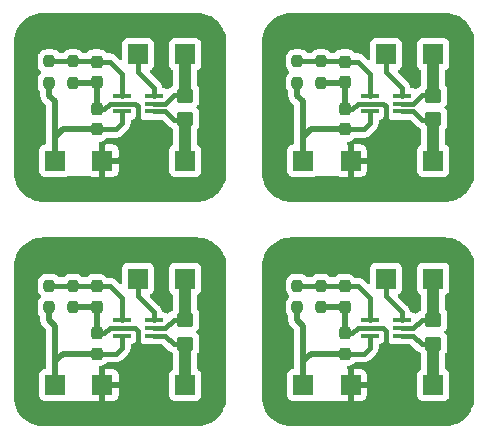
<source format=gbr>
%TF.GenerationSoftware,KiCad,Pcbnew,(6.0.9)*%
%TF.CreationDate,2022-12-07T09:24:47+01:00*%
%TF.ProjectId,NCS199A3R_test_panel,4e435331-3939-4413-9352-5f746573745f,rev?*%
%TF.SameCoordinates,Original*%
%TF.FileFunction,Copper,L1,Top*%
%TF.FilePolarity,Positive*%
%FSLAX46Y46*%
G04 Gerber Fmt 4.6, Leading zero omitted, Abs format (unit mm)*
G04 Created by KiCad (PCBNEW (6.0.9)) date 2022-12-07 09:24:47*
%MOMM*%
%LPD*%
G01*
G04 APERTURE LIST*
G04 Aperture macros list*
%AMRoundRect*
0 Rectangle with rounded corners*
0 $1 Rounding radius*
0 $2 $3 $4 $5 $6 $7 $8 $9 X,Y pos of 4 corners*
0 Add a 4 corners polygon primitive as box body*
4,1,4,$2,$3,$4,$5,$6,$7,$8,$9,$2,$3,0*
0 Add four circle primitives for the rounded corners*
1,1,$1+$1,$2,$3*
1,1,$1+$1,$4,$5*
1,1,$1+$1,$6,$7*
1,1,$1+$1,$8,$9*
0 Add four rect primitives between the rounded corners*
20,1,$1+$1,$2,$3,$4,$5,0*
20,1,$1+$1,$4,$5,$6,$7,0*
20,1,$1+$1,$6,$7,$8,$9,0*
20,1,$1+$1,$8,$9,$2,$3,0*%
G04 Aperture macros list end*
%TA.AperFunction,ComponentPad*%
%ADD10R,1.700000X1.700000*%
%TD*%
%TA.AperFunction,SMDPad,CuDef*%
%ADD11RoundRect,0.250000X0.450000X-0.350000X0.450000X0.350000X-0.450000X0.350000X-0.450000X-0.350000X0*%
%TD*%
%TA.AperFunction,SMDPad,CuDef*%
%ADD12RoundRect,0.237500X-0.237500X0.250000X-0.237500X-0.250000X0.237500X-0.250000X0.237500X0.250000X0*%
%TD*%
%TA.AperFunction,SMDPad,CuDef*%
%ADD13RoundRect,0.237500X-0.237500X0.300000X-0.237500X-0.300000X0.237500X-0.300000X0.237500X0.300000X0*%
%TD*%
%TA.AperFunction,SMDPad,CuDef*%
%ADD14R,1.500000X0.400000*%
%TD*%
%TA.AperFunction,SMDPad,CuDef*%
%ADD15RoundRect,0.237500X0.237500X-0.300000X0.237500X0.300000X-0.237500X0.300000X-0.237500X-0.300000X0*%
%TD*%
%TA.AperFunction,SMDPad,CuDef*%
%ADD16RoundRect,0.237500X0.237500X-0.250000X0.237500X0.250000X-0.237500X0.250000X-0.237500X-0.250000X0*%
%TD*%
%TA.AperFunction,Conductor*%
%ADD17C,0.500000*%
%TD*%
%TA.AperFunction,Conductor*%
%ADD18C,0.400000*%
%TD*%
%TA.AperFunction,Conductor*%
%ADD19C,1.000000*%
%TD*%
G04 APERTURE END LIST*
D10*
%TO.P,TP5,1,1*%
%TO.N,Board_1-/OUT*%
X47000000Y-19000000D03*
%TD*%
D11*
%TO.P,R3,1*%
%TO.N,Board_2-/IN+*%
X30000000Y-43500000D03*
%TO.P,R3,2*%
%TO.N,Board_2-/IN-*%
X30000000Y-41500000D03*
%TD*%
D12*
%TO.P,R2,1*%
%TO.N,Board_0-/REF*%
X20500000Y-19587500D03*
%TO.P,R2,2*%
%TO.N,Board_0-GND*%
X20500000Y-21412500D03*
%TD*%
D13*
%TO.P,C1,1*%
%TO.N,Board_0-/REF*%
X22500000Y-19637500D03*
%TO.P,C1,2*%
%TO.N,Board_0-GND*%
X22500000Y-21362500D03*
%TD*%
D10*
%TO.P,TP3,1,1*%
%TO.N,Board_3-/IN+*%
X51000000Y-47000000D03*
%TD*%
%TO.P,TP2,1,1*%
%TO.N,Board_0-GND*%
X23000000Y-28000000D03*
%TD*%
%TO.P,TP4,1,1*%
%TO.N,Board_3-/IN-*%
X51000000Y-38000000D03*
%TD*%
%TO.P,TP5,1,1*%
%TO.N,Board_3-/OUT*%
X47000000Y-38000000D03*
%TD*%
D12*
%TO.P,R2,1*%
%TO.N,Board_1-/REF*%
X41500000Y-19587500D03*
%TO.P,R2,2*%
%TO.N,Board_1-GND*%
X41500000Y-21412500D03*
%TD*%
D14*
%TO.P,U1,1,REF*%
%TO.N,Board_3-/REF*%
X45670000Y-41525000D03*
%TO.P,U1,2,GND*%
%TO.N,Board_3-GND*%
X45670000Y-42175000D03*
%TO.P,U1,3,Vs*%
%TO.N,Board_3-+3.3V*%
X45670000Y-42825000D03*
%TO.P,U1,4,+IN*%
%TO.N,Board_3-/IN+*%
X48330000Y-42825000D03*
%TO.P,U1,5,-IN*%
%TO.N,Board_3-/IN-*%
X48330000Y-42175000D03*
%TO.P,U1,6,OUT*%
%TO.N,Board_3-/OUT*%
X48330000Y-41525000D03*
%TD*%
D10*
%TO.P,TP2,1,1*%
%TO.N,Board_3-GND*%
X44000000Y-47000000D03*
%TD*%
%TO.P,TP5,1,1*%
%TO.N,Board_2-/OUT*%
X26000000Y-38000000D03*
%TD*%
D15*
%TO.P,C2,1*%
%TO.N,Board_1-+3.3V*%
X43500000Y-25362500D03*
%TO.P,C2,2*%
%TO.N,Board_1-GND*%
X43500000Y-23637500D03*
%TD*%
%TO.P,C2,1*%
%TO.N,Board_2-+3.3V*%
X22500000Y-44362500D03*
%TO.P,C2,2*%
%TO.N,Board_2-GND*%
X22500000Y-42637500D03*
%TD*%
%TO.P,C2,1*%
%TO.N,Board_3-+3.3V*%
X43500000Y-44362500D03*
%TO.P,C2,2*%
%TO.N,Board_3-GND*%
X43500000Y-42637500D03*
%TD*%
D11*
%TO.P,R3,1*%
%TO.N,Board_1-/IN+*%
X51000000Y-24500000D03*
%TO.P,R3,2*%
%TO.N,Board_1-/IN-*%
X51000000Y-22500000D03*
%TD*%
D13*
%TO.P,C1,1*%
%TO.N,Board_3-/REF*%
X43500000Y-38637500D03*
%TO.P,C1,2*%
%TO.N,Board_3-GND*%
X43500000Y-40362500D03*
%TD*%
D10*
%TO.P,TP1,1,1*%
%TO.N,Board_0-+3.3V*%
X19000000Y-28000000D03*
%TD*%
D13*
%TO.P,C1,1*%
%TO.N,Board_2-/REF*%
X22500000Y-38637500D03*
%TO.P,C1,2*%
%TO.N,Board_2-GND*%
X22500000Y-40362500D03*
%TD*%
D10*
%TO.P,TP4,1,1*%
%TO.N,Board_1-/IN-*%
X51000000Y-19000000D03*
%TD*%
%TO.P,TP4,1,1*%
%TO.N,Board_0-/IN-*%
X30000000Y-19000000D03*
%TD*%
D16*
%TO.P,R1,1*%
%TO.N,Board_1-+3.3V*%
X39500000Y-21412500D03*
%TO.P,R1,2*%
%TO.N,Board_1-/REF*%
X39500000Y-19587500D03*
%TD*%
D11*
%TO.P,R3,1*%
%TO.N,Board_0-/IN+*%
X30000000Y-24500000D03*
%TO.P,R3,2*%
%TO.N,Board_0-/IN-*%
X30000000Y-22500000D03*
%TD*%
%TO.P,R3,1*%
%TO.N,Board_3-/IN+*%
X51000000Y-43500000D03*
%TO.P,R3,2*%
%TO.N,Board_3-/IN-*%
X51000000Y-41500000D03*
%TD*%
D12*
%TO.P,R2,1*%
%TO.N,Board_3-/REF*%
X41500000Y-38587500D03*
%TO.P,R2,2*%
%TO.N,Board_3-GND*%
X41500000Y-40412500D03*
%TD*%
D10*
%TO.P,TP3,1,1*%
%TO.N,Board_1-/IN+*%
X51000000Y-28000000D03*
%TD*%
%TO.P,TP1,1,1*%
%TO.N,Board_1-+3.3V*%
X40000000Y-28000000D03*
%TD*%
%TO.P,TP1,1,1*%
%TO.N,Board_3-+3.3V*%
X40000000Y-47000000D03*
%TD*%
D14*
%TO.P,U1,1,REF*%
%TO.N,Board_2-/REF*%
X24670000Y-41525000D03*
%TO.P,U1,2,GND*%
%TO.N,Board_2-GND*%
X24670000Y-42175000D03*
%TO.P,U1,3,Vs*%
%TO.N,Board_2-+3.3V*%
X24670000Y-42825000D03*
%TO.P,U1,4,+IN*%
%TO.N,Board_2-/IN+*%
X27330000Y-42825000D03*
%TO.P,U1,5,-IN*%
%TO.N,Board_2-/IN-*%
X27330000Y-42175000D03*
%TO.P,U1,6,OUT*%
%TO.N,Board_2-/OUT*%
X27330000Y-41525000D03*
%TD*%
D16*
%TO.P,R1,1*%
%TO.N,Board_0-+3.3V*%
X18500000Y-21412500D03*
%TO.P,R1,2*%
%TO.N,Board_0-/REF*%
X18500000Y-19587500D03*
%TD*%
D10*
%TO.P,TP2,1,1*%
%TO.N,Board_1-GND*%
X44000000Y-28000000D03*
%TD*%
D14*
%TO.P,U1,1,REF*%
%TO.N,Board_1-/REF*%
X45670000Y-22525000D03*
%TO.P,U1,2,GND*%
%TO.N,Board_1-GND*%
X45670000Y-23175000D03*
%TO.P,U1,3,Vs*%
%TO.N,Board_1-+3.3V*%
X45670000Y-23825000D03*
%TO.P,U1,4,+IN*%
%TO.N,Board_1-/IN+*%
X48330000Y-23825000D03*
%TO.P,U1,5,-IN*%
%TO.N,Board_1-/IN-*%
X48330000Y-23175000D03*
%TO.P,U1,6,OUT*%
%TO.N,Board_1-/OUT*%
X48330000Y-22525000D03*
%TD*%
%TO.P,U1,1,REF*%
%TO.N,Board_0-/REF*%
X24670000Y-22525000D03*
%TO.P,U1,2,GND*%
%TO.N,Board_0-GND*%
X24670000Y-23175000D03*
%TO.P,U1,3,Vs*%
%TO.N,Board_0-+3.3V*%
X24670000Y-23825000D03*
%TO.P,U1,4,+IN*%
%TO.N,Board_0-/IN+*%
X27330000Y-23825000D03*
%TO.P,U1,5,-IN*%
%TO.N,Board_0-/IN-*%
X27330000Y-23175000D03*
%TO.P,U1,6,OUT*%
%TO.N,Board_0-/OUT*%
X27330000Y-22525000D03*
%TD*%
D16*
%TO.P,R1,1*%
%TO.N,Board_3-+3.3V*%
X39500000Y-40412500D03*
%TO.P,R1,2*%
%TO.N,Board_3-/REF*%
X39500000Y-38587500D03*
%TD*%
D15*
%TO.P,C2,1*%
%TO.N,Board_0-+3.3V*%
X22500000Y-25362500D03*
%TO.P,C2,2*%
%TO.N,Board_0-GND*%
X22500000Y-23637500D03*
%TD*%
D10*
%TO.P,TP3,1,1*%
%TO.N,Board_2-/IN+*%
X30000000Y-47000000D03*
%TD*%
%TO.P,TP4,1,1*%
%TO.N,Board_2-/IN-*%
X30000000Y-38000000D03*
%TD*%
%TO.P,TP1,1,1*%
%TO.N,Board_2-+3.3V*%
X19000000Y-47000000D03*
%TD*%
%TO.P,TP3,1,1*%
%TO.N,Board_0-/IN+*%
X30000000Y-28000000D03*
%TD*%
D12*
%TO.P,R2,1*%
%TO.N,Board_2-/REF*%
X20500000Y-38587500D03*
%TO.P,R2,2*%
%TO.N,Board_2-GND*%
X20500000Y-40412500D03*
%TD*%
D16*
%TO.P,R1,1*%
%TO.N,Board_2-+3.3V*%
X18500000Y-40412500D03*
%TO.P,R1,2*%
%TO.N,Board_2-/REF*%
X18500000Y-38587500D03*
%TD*%
D10*
%TO.P,TP2,1,1*%
%TO.N,Board_2-GND*%
X23000000Y-47000000D03*
%TD*%
%TO.P,TP5,1,1*%
%TO.N,Board_0-/OUT*%
X26000000Y-19000000D03*
%TD*%
D13*
%TO.P,C1,1*%
%TO.N,Board_1-/REF*%
X43500000Y-19637500D03*
%TO.P,C1,2*%
%TO.N,Board_1-GND*%
X43500000Y-21362500D03*
%TD*%
D17*
%TO.N,Board_0-+3.3V*%
X19000000Y-23000000D02*
X19000000Y-26000000D01*
X19637500Y-25362500D02*
X19000000Y-26000000D01*
D18*
X24670000Y-23825000D02*
X24670000Y-24830000D01*
D17*
X18500000Y-21412500D02*
X18500000Y-22500000D01*
X18500000Y-22500000D02*
X19000000Y-23000000D01*
D18*
X22500000Y-25362500D02*
X24137500Y-25362500D01*
D17*
X19000000Y-26000000D02*
X19000000Y-28000000D01*
D18*
X24670000Y-24830000D02*
X24137500Y-25362500D01*
D17*
X22500000Y-25362500D02*
X19637500Y-25362500D01*
D18*
%TO.N,Board_0-/IN+*%
X28325000Y-23825000D02*
X29037500Y-24537500D01*
X27330000Y-23825000D02*
X28325000Y-23825000D01*
D19*
X30000000Y-24537500D02*
X30000000Y-28000000D01*
D18*
X29037500Y-24537500D02*
X30000000Y-24537500D01*
%TO.N,Board_0-/IN-*%
X28325000Y-23175000D02*
X29037500Y-22462500D01*
D19*
X30000000Y-22462500D02*
X30000000Y-19000000D01*
D18*
X29037500Y-22462500D02*
X30000000Y-22462500D01*
X27330000Y-23175000D02*
X28325000Y-23175000D01*
%TO.N,Board_0-/OUT*%
X27330000Y-21830000D02*
X26000000Y-20500000D01*
X26450000Y-19450000D02*
X26000000Y-19000000D01*
X26000000Y-20500000D02*
X26000000Y-19000000D01*
X27330000Y-22525000D02*
X27330000Y-21830000D01*
%TO.N,Board_0-/REF*%
X18500000Y-19587500D02*
X20500000Y-19587500D01*
X24670000Y-22525000D02*
X24670000Y-20670000D01*
X24670000Y-20670000D02*
X23637500Y-19637500D01*
X22500000Y-19637500D02*
X23637500Y-19637500D01*
X20500000Y-19587500D02*
X22450000Y-19587500D01*
X22450000Y-19587500D02*
X22500000Y-19637500D01*
%TO.N,Board_0-GND*%
X23162500Y-23637500D02*
X23625000Y-23175000D01*
D17*
X22500000Y-23637500D02*
X22500000Y-21362500D01*
X20550000Y-21362500D02*
X20500000Y-21412500D01*
D18*
X26000000Y-23400000D02*
X26000000Y-28000000D01*
X22500000Y-23637500D02*
X23162500Y-23637500D01*
D17*
X20500000Y-21412500D02*
X22450000Y-21412500D01*
X22450000Y-21412500D02*
X22500000Y-21362500D01*
D18*
X23625000Y-23175000D02*
X24670000Y-23175000D01*
X24670000Y-23175000D02*
X25775000Y-23175000D01*
X23000000Y-28000000D02*
X26000000Y-28000000D01*
X25775000Y-23175000D02*
X26000000Y-23400000D01*
D17*
%TO.N,Board_1-+3.3V*%
X40000000Y-23000000D02*
X40000000Y-26000000D01*
X40637500Y-25362500D02*
X40000000Y-26000000D01*
D18*
X45670000Y-23825000D02*
X45670000Y-24830000D01*
D17*
X39500000Y-21412500D02*
X39500000Y-22500000D01*
X39500000Y-22500000D02*
X40000000Y-23000000D01*
D18*
X43500000Y-25362500D02*
X45137500Y-25362500D01*
D17*
X40000000Y-26000000D02*
X40000000Y-28000000D01*
D18*
X45670000Y-24830000D02*
X45137500Y-25362500D01*
D17*
X43500000Y-25362500D02*
X40637500Y-25362500D01*
D18*
%TO.N,Board_1-/IN+*%
X49325000Y-23825000D02*
X50037500Y-24537500D01*
X48330000Y-23825000D02*
X49325000Y-23825000D01*
D19*
X51000000Y-24537500D02*
X51000000Y-28000000D01*
D18*
X50037500Y-24537500D02*
X51000000Y-24537500D01*
%TO.N,Board_1-/IN-*%
X49325000Y-23175000D02*
X50037500Y-22462500D01*
D19*
X51000000Y-22462500D02*
X51000000Y-19000000D01*
D18*
X50037500Y-22462500D02*
X51000000Y-22462500D01*
X48330000Y-23175000D02*
X49325000Y-23175000D01*
%TO.N,Board_1-/OUT*%
X48330000Y-21830000D02*
X47000000Y-20500000D01*
X47450000Y-19450000D02*
X47000000Y-19000000D01*
X47000000Y-20500000D02*
X47000000Y-19000000D01*
X48330000Y-22525000D02*
X48330000Y-21830000D01*
%TO.N,Board_1-/REF*%
X39500000Y-19587500D02*
X41500000Y-19587500D01*
X45670000Y-22525000D02*
X45670000Y-20670000D01*
X45670000Y-20670000D02*
X44637500Y-19637500D01*
X43500000Y-19637500D02*
X44637500Y-19637500D01*
X41500000Y-19587500D02*
X43450000Y-19587500D01*
X43450000Y-19587500D02*
X43500000Y-19637500D01*
%TO.N,Board_1-GND*%
X44162500Y-23637500D02*
X44625000Y-23175000D01*
D17*
X43500000Y-23637500D02*
X43500000Y-21362500D01*
X41550000Y-21362500D02*
X41500000Y-21412500D01*
D18*
X47000000Y-23400000D02*
X47000000Y-28000000D01*
X43500000Y-23637500D02*
X44162500Y-23637500D01*
D17*
X41500000Y-21412500D02*
X43450000Y-21412500D01*
X43450000Y-21412500D02*
X43500000Y-21362500D01*
D18*
X44625000Y-23175000D02*
X45670000Y-23175000D01*
X45670000Y-23175000D02*
X46775000Y-23175000D01*
X44000000Y-28000000D02*
X47000000Y-28000000D01*
X46775000Y-23175000D02*
X47000000Y-23400000D01*
D17*
%TO.N,Board_2-+3.3V*%
X19000000Y-42000000D02*
X19000000Y-45000000D01*
X19637500Y-44362500D02*
X19000000Y-45000000D01*
D18*
X24670000Y-42825000D02*
X24670000Y-43830000D01*
D17*
X18500000Y-40412500D02*
X18500000Y-41500000D01*
X18500000Y-41500000D02*
X19000000Y-42000000D01*
D18*
X22500000Y-44362500D02*
X24137500Y-44362500D01*
D17*
X19000000Y-45000000D02*
X19000000Y-47000000D01*
D18*
X24670000Y-43830000D02*
X24137500Y-44362500D01*
D17*
X22500000Y-44362500D02*
X19637500Y-44362500D01*
D18*
%TO.N,Board_2-/IN+*%
X28325000Y-42825000D02*
X29037500Y-43537500D01*
X27330000Y-42825000D02*
X28325000Y-42825000D01*
D19*
X30000000Y-43537500D02*
X30000000Y-47000000D01*
D18*
X29037500Y-43537500D02*
X30000000Y-43537500D01*
%TO.N,Board_2-/IN-*%
X28325000Y-42175000D02*
X29037500Y-41462500D01*
D19*
X30000000Y-41462500D02*
X30000000Y-38000000D01*
D18*
X29037500Y-41462500D02*
X30000000Y-41462500D01*
X27330000Y-42175000D02*
X28325000Y-42175000D01*
%TO.N,Board_2-/OUT*%
X27330000Y-40830000D02*
X26000000Y-39500000D01*
X26450000Y-38450000D02*
X26000000Y-38000000D01*
X26000000Y-39500000D02*
X26000000Y-38000000D01*
X27330000Y-41525000D02*
X27330000Y-40830000D01*
%TO.N,Board_2-/REF*%
X18500000Y-38587500D02*
X20500000Y-38587500D01*
X24670000Y-41525000D02*
X24670000Y-39670000D01*
X24670000Y-39670000D02*
X23637500Y-38637500D01*
X22500000Y-38637500D02*
X23637500Y-38637500D01*
X20500000Y-38587500D02*
X22450000Y-38587500D01*
X22450000Y-38587500D02*
X22500000Y-38637500D01*
%TO.N,Board_2-GND*%
X23162500Y-42637500D02*
X23625000Y-42175000D01*
D17*
X22500000Y-42637500D02*
X22500000Y-40362500D01*
X20550000Y-40362500D02*
X20500000Y-40412500D01*
D18*
X26000000Y-42400000D02*
X26000000Y-47000000D01*
X22500000Y-42637500D02*
X23162500Y-42637500D01*
D17*
X20500000Y-40412500D02*
X22450000Y-40412500D01*
X22450000Y-40412500D02*
X22500000Y-40362500D01*
D18*
X23625000Y-42175000D02*
X24670000Y-42175000D01*
X24670000Y-42175000D02*
X25775000Y-42175000D01*
X23000000Y-47000000D02*
X26000000Y-47000000D01*
X25775000Y-42175000D02*
X26000000Y-42400000D01*
D17*
%TO.N,Board_3-+3.3V*%
X40000000Y-42000000D02*
X40000000Y-45000000D01*
X40637500Y-44362500D02*
X40000000Y-45000000D01*
D18*
X45670000Y-42825000D02*
X45670000Y-43830000D01*
D17*
X39500000Y-40412500D02*
X39500000Y-41500000D01*
X39500000Y-41500000D02*
X40000000Y-42000000D01*
D18*
X43500000Y-44362500D02*
X45137500Y-44362500D01*
D17*
X40000000Y-45000000D02*
X40000000Y-47000000D01*
D18*
X45670000Y-43830000D02*
X45137500Y-44362500D01*
D17*
X43500000Y-44362500D02*
X40637500Y-44362500D01*
D18*
%TO.N,Board_3-/IN+*%
X49325000Y-42825000D02*
X50037500Y-43537500D01*
X48330000Y-42825000D02*
X49325000Y-42825000D01*
D19*
X51000000Y-43537500D02*
X51000000Y-47000000D01*
D18*
X50037500Y-43537500D02*
X51000000Y-43537500D01*
%TO.N,Board_3-/IN-*%
X49325000Y-42175000D02*
X50037500Y-41462500D01*
D19*
X51000000Y-41462500D02*
X51000000Y-38000000D01*
D18*
X50037500Y-41462500D02*
X51000000Y-41462500D01*
X48330000Y-42175000D02*
X49325000Y-42175000D01*
%TO.N,Board_3-/OUT*%
X48330000Y-40830000D02*
X47000000Y-39500000D01*
X47450000Y-38450000D02*
X47000000Y-38000000D01*
X47000000Y-39500000D02*
X47000000Y-38000000D01*
X48330000Y-41525000D02*
X48330000Y-40830000D01*
%TO.N,Board_3-/REF*%
X39500000Y-38587500D02*
X41500000Y-38587500D01*
X45670000Y-41525000D02*
X45670000Y-39670000D01*
X45670000Y-39670000D02*
X44637500Y-38637500D01*
X43500000Y-38637500D02*
X44637500Y-38637500D01*
X41500000Y-38587500D02*
X43450000Y-38587500D01*
X43450000Y-38587500D02*
X43500000Y-38637500D01*
%TO.N,Board_3-GND*%
X44162500Y-42637500D02*
X44625000Y-42175000D01*
D17*
X43500000Y-42637500D02*
X43500000Y-40362500D01*
X41550000Y-40362500D02*
X41500000Y-40412500D01*
D18*
X47000000Y-42400000D02*
X47000000Y-47000000D01*
X43500000Y-42637500D02*
X44162500Y-42637500D01*
D17*
X41500000Y-40412500D02*
X43450000Y-40412500D01*
X43450000Y-40412500D02*
X43500000Y-40362500D01*
D18*
X44625000Y-42175000D02*
X45670000Y-42175000D01*
X45670000Y-42175000D02*
X46775000Y-42175000D01*
X44000000Y-47000000D02*
X47000000Y-47000000D01*
X46775000Y-42175000D02*
X47000000Y-42400000D01*
%TD*%
%TA.AperFunction,Conductor*%
%TO.N,Board_0-GND*%
G36*
X30970018Y-15510000D02*
G01*
X30984851Y-15512310D01*
X30984855Y-15512310D01*
X30993724Y-15513691D01*
X31010923Y-15511442D01*
X31034863Y-15510609D01*
X31292710Y-15526206D01*
X31307814Y-15528040D01*
X31379786Y-15541229D01*
X31588760Y-15579525D01*
X31603526Y-15583164D01*
X31876231Y-15668142D01*
X31890445Y-15673534D01*
X32108223Y-15771547D01*
X32150906Y-15790757D01*
X32164379Y-15797828D01*
X32408813Y-15945595D01*
X32421334Y-15954238D01*
X32646171Y-16130385D01*
X32657560Y-16140475D01*
X32859525Y-16342440D01*
X32869615Y-16353829D01*
X33045762Y-16578666D01*
X33054405Y-16591187D01*
X33202172Y-16835621D01*
X33209242Y-16849092D01*
X33326466Y-17109555D01*
X33331859Y-17123773D01*
X33416836Y-17396473D01*
X33420477Y-17411246D01*
X33471960Y-17692186D01*
X33473794Y-17707290D01*
X33488953Y-17957904D01*
X33487692Y-17984716D01*
X33487690Y-17984852D01*
X33486309Y-17993724D01*
X33487473Y-18002626D01*
X33487473Y-18002628D01*
X33490436Y-18025283D01*
X33491500Y-18041621D01*
X33491500Y-28950633D01*
X33490000Y-28970018D01*
X33487690Y-28984851D01*
X33487690Y-28984855D01*
X33486309Y-28993724D01*
X33488558Y-29010919D01*
X33489391Y-29034863D01*
X33473794Y-29292710D01*
X33471960Y-29307814D01*
X33420477Y-29588754D01*
X33416836Y-29603527D01*
X33331859Y-29876227D01*
X33326466Y-29890445D01*
X33209243Y-30150906D01*
X33202172Y-30164379D01*
X33054405Y-30408813D01*
X33045762Y-30421334D01*
X32869615Y-30646171D01*
X32859525Y-30657560D01*
X32657560Y-30859525D01*
X32646171Y-30869615D01*
X32421334Y-31045762D01*
X32408813Y-31054405D01*
X32164379Y-31202172D01*
X32150908Y-31209242D01*
X31890445Y-31326466D01*
X31876231Y-31331858D01*
X31603527Y-31416836D01*
X31588760Y-31420475D01*
X31379786Y-31458771D01*
X31307814Y-31471960D01*
X31292710Y-31473794D01*
X31042096Y-31488953D01*
X31015284Y-31487692D01*
X31015148Y-31487690D01*
X31006276Y-31486309D01*
X30997374Y-31487473D01*
X30997372Y-31487473D01*
X30982707Y-31489391D01*
X30974714Y-31490436D01*
X30958379Y-31491500D01*
X18049367Y-31491500D01*
X18029982Y-31490000D01*
X18015149Y-31487690D01*
X18015145Y-31487690D01*
X18006276Y-31486309D01*
X17989077Y-31488558D01*
X17965137Y-31489391D01*
X17707290Y-31473794D01*
X17692186Y-31471960D01*
X17620214Y-31458771D01*
X17411240Y-31420475D01*
X17396473Y-31416836D01*
X17123769Y-31331858D01*
X17109555Y-31326466D01*
X16849092Y-31209242D01*
X16835621Y-31202172D01*
X16591187Y-31054405D01*
X16578666Y-31045762D01*
X16353829Y-30869615D01*
X16342440Y-30859525D01*
X16140475Y-30657560D01*
X16130385Y-30646171D01*
X15954238Y-30421334D01*
X15945595Y-30408813D01*
X15797828Y-30164379D01*
X15790757Y-30150906D01*
X15673534Y-29890445D01*
X15668141Y-29876227D01*
X15583164Y-29603527D01*
X15579523Y-29588754D01*
X15528040Y-29307814D01*
X15526206Y-29292710D01*
X15511269Y-29045768D01*
X15512520Y-29022216D01*
X15512334Y-29022199D01*
X15512769Y-29017350D01*
X15513576Y-29012552D01*
X15513729Y-29000000D01*
X15509773Y-28972376D01*
X15508500Y-28954514D01*
X15508500Y-21712072D01*
X17516500Y-21712072D01*
X17516837Y-21715318D01*
X17516837Y-21715322D01*
X17526395Y-21807435D01*
X17527293Y-21816093D01*
X17529474Y-21822629D01*
X17529474Y-21822631D01*
X17535483Y-21840641D01*
X17582346Y-21981107D01*
X17673884Y-22129031D01*
X17679066Y-22134204D01*
X17704518Y-22159612D01*
X17738597Y-22221895D01*
X17741500Y-22248785D01*
X17741500Y-22432930D01*
X17740067Y-22451880D01*
X17736801Y-22473349D01*
X17737394Y-22480641D01*
X17737394Y-22480644D01*
X17741085Y-22526018D01*
X17741500Y-22536233D01*
X17741500Y-22544293D01*
X17741925Y-22547937D01*
X17744789Y-22572507D01*
X17745222Y-22576882D01*
X17751140Y-22649637D01*
X17753396Y-22656601D01*
X17754587Y-22662560D01*
X17755971Y-22668415D01*
X17756818Y-22675681D01*
X17781735Y-22744327D01*
X17783152Y-22748455D01*
X17805649Y-22817899D01*
X17809445Y-22824154D01*
X17811951Y-22829628D01*
X17814670Y-22835058D01*
X17817167Y-22841937D01*
X17821180Y-22848057D01*
X17821180Y-22848058D01*
X17857186Y-22902976D01*
X17859523Y-22906680D01*
X17897405Y-22969107D01*
X17901121Y-22973315D01*
X17901122Y-22973316D01*
X17904803Y-22977484D01*
X17904776Y-22977508D01*
X17907429Y-22980500D01*
X17910132Y-22983733D01*
X17914144Y-22989852D01*
X17929988Y-23004861D01*
X17970383Y-23043128D01*
X17972825Y-23045506D01*
X18204595Y-23277276D01*
X18238621Y-23339588D01*
X18241500Y-23366371D01*
X18241500Y-25912053D01*
X18241001Y-25923251D01*
X18240849Y-25924956D01*
X18239360Y-25932115D01*
X18241363Y-26006170D01*
X18241454Y-26009521D01*
X18241500Y-26012928D01*
X18241500Y-26515500D01*
X18221498Y-26583621D01*
X18167842Y-26630114D01*
X18115500Y-26641500D01*
X18101866Y-26641500D01*
X18039684Y-26648255D01*
X17903295Y-26699385D01*
X17786739Y-26786739D01*
X17699385Y-26903295D01*
X17648255Y-27039684D01*
X17641500Y-27101866D01*
X17641500Y-28898134D01*
X17648255Y-28960316D01*
X17699385Y-29096705D01*
X17786739Y-29213261D01*
X17903295Y-29300615D01*
X18039684Y-29351745D01*
X18101866Y-29358500D01*
X19898134Y-29358500D01*
X19906134Y-29357631D01*
X19960316Y-29351745D01*
X19960353Y-29352088D01*
X19978164Y-29350000D01*
X22024019Y-29350000D01*
X22039729Y-29351842D01*
X22039793Y-29351252D01*
X22098514Y-29357631D01*
X22105328Y-29358000D01*
X22727885Y-29358000D01*
X22743124Y-29353525D01*
X22744329Y-29352135D01*
X22746000Y-29344452D01*
X22746000Y-29339884D01*
X23254000Y-29339884D01*
X23258475Y-29355123D01*
X23259865Y-29356328D01*
X23267548Y-29357999D01*
X23894669Y-29357999D01*
X23901490Y-29357629D01*
X23952352Y-29352105D01*
X23967604Y-29348479D01*
X24088054Y-29303324D01*
X24103649Y-29294786D01*
X24205724Y-29218285D01*
X24218285Y-29205724D01*
X24294786Y-29103649D01*
X24303324Y-29088054D01*
X24348478Y-28967606D01*
X24352105Y-28952351D01*
X24357631Y-28901486D01*
X24358000Y-28894672D01*
X24358000Y-28272115D01*
X24353525Y-28256876D01*
X24352135Y-28255671D01*
X24344452Y-28254000D01*
X23272115Y-28254000D01*
X23256876Y-28258475D01*
X23255671Y-28259865D01*
X23254000Y-28267548D01*
X23254000Y-29339884D01*
X22746000Y-29339884D01*
X22746000Y-27727885D01*
X23254000Y-27727885D01*
X23258475Y-27743124D01*
X23259865Y-27744329D01*
X23267548Y-27746000D01*
X24339884Y-27746000D01*
X24355123Y-27741525D01*
X24356328Y-27740135D01*
X24357999Y-27732452D01*
X24357999Y-27105331D01*
X24357629Y-27098510D01*
X24352105Y-27047648D01*
X24348479Y-27032396D01*
X24303324Y-26911946D01*
X24294786Y-26896351D01*
X24218285Y-26794276D01*
X24205724Y-26781715D01*
X24103649Y-26705214D01*
X24088054Y-26696676D01*
X23967606Y-26651522D01*
X23952351Y-26647895D01*
X23901486Y-26642369D01*
X23894672Y-26642000D01*
X23272115Y-26642000D01*
X23256876Y-26646475D01*
X23255671Y-26647865D01*
X23254000Y-26655548D01*
X23254000Y-27727885D01*
X22746000Y-27727885D01*
X22746000Y-26660116D01*
X22741525Y-26644876D01*
X22722653Y-26628523D01*
X22684269Y-26568797D01*
X22684269Y-26497801D01*
X22722653Y-26438075D01*
X22792161Y-26407972D01*
X22884235Y-26398419D01*
X22884239Y-26398418D01*
X22891093Y-26397707D01*
X22897629Y-26395526D01*
X22897631Y-26395526D01*
X23049159Y-26344972D01*
X23056107Y-26342654D01*
X23204031Y-26251116D01*
X23326929Y-26128003D01*
X23330768Y-26121775D01*
X23333033Y-26118907D01*
X23390950Y-26077845D01*
X23431914Y-26071000D01*
X24108588Y-26071000D01*
X24117158Y-26071292D01*
X24167276Y-26074709D01*
X24167280Y-26074709D01*
X24174852Y-26075225D01*
X24182329Y-26073920D01*
X24182330Y-26073920D01*
X24208808Y-26069299D01*
X24237803Y-26064238D01*
X24244321Y-26063277D01*
X24307742Y-26055602D01*
X24314843Y-26052919D01*
X24317452Y-26052278D01*
X24333762Y-26047815D01*
X24336298Y-26047050D01*
X24343784Y-26045743D01*
X24402300Y-26020056D01*
X24408404Y-26017565D01*
X24425194Y-26011221D01*
X24468156Y-25994987D01*
X24474419Y-25990683D01*
X24476785Y-25989446D01*
X24491597Y-25981201D01*
X24493851Y-25979868D01*
X24500805Y-25976815D01*
X24551502Y-25937913D01*
X24556832Y-25934041D01*
X24603220Y-25902161D01*
X24603225Y-25902156D01*
X24609481Y-25897857D01*
X24650936Y-25851329D01*
X24655916Y-25846054D01*
X25150520Y-25351450D01*
X25156785Y-25345596D01*
X25194660Y-25312555D01*
X25200385Y-25307561D01*
X25237114Y-25255300D01*
X25241046Y-25250005D01*
X25259640Y-25226292D01*
X25280477Y-25199718D01*
X25283602Y-25192796D01*
X25284964Y-25190548D01*
X25293368Y-25175815D01*
X25294622Y-25173476D01*
X25298990Y-25167261D01*
X25301749Y-25160185D01*
X25301751Y-25160181D01*
X25322200Y-25107731D01*
X25324749Y-25101666D01*
X25351045Y-25043427D01*
X25352429Y-25035962D01*
X25353226Y-25033418D01*
X25357859Y-25017152D01*
X25358521Y-25014572D01*
X25361282Y-25007491D01*
X25369622Y-24944143D01*
X25370653Y-24937629D01*
X25376961Y-24903598D01*
X25382296Y-24874813D01*
X25378709Y-24812602D01*
X25378500Y-24805349D01*
X25378500Y-24656291D01*
X25398502Y-24588170D01*
X25452158Y-24541677D01*
X25490892Y-24531028D01*
X25503086Y-24529703D01*
X25530316Y-24526745D01*
X25666705Y-24475615D01*
X25783261Y-24388261D01*
X25870615Y-24271705D01*
X25882018Y-24241288D01*
X25924660Y-24184524D01*
X25991222Y-24159824D01*
X26060570Y-24175032D01*
X26110688Y-24225318D01*
X26117982Y-24241288D01*
X26129385Y-24271705D01*
X26216739Y-24388261D01*
X26333295Y-24475615D01*
X26469684Y-24526745D01*
X26531866Y-24533500D01*
X27979339Y-24533500D01*
X28047460Y-24553502D01*
X28068435Y-24570405D01*
X28516065Y-25018036D01*
X28521918Y-25024301D01*
X28559939Y-25067885D01*
X28612229Y-25104636D01*
X28617471Y-25108528D01*
X28667782Y-25147976D01*
X28674701Y-25151100D01*
X28676993Y-25152488D01*
X28691665Y-25160857D01*
X28694025Y-25162122D01*
X28700239Y-25166490D01*
X28707318Y-25169250D01*
X28707320Y-25169251D01*
X28759775Y-25189702D01*
X28765844Y-25192253D01*
X28824073Y-25218545D01*
X28831546Y-25219930D01*
X28834112Y-25220734D01*
X28853623Y-25226292D01*
X28860009Y-25228782D01*
X28859093Y-25231130D01*
X28909683Y-25261238D01*
X28924493Y-25280670D01*
X28951522Y-25324348D01*
X28956704Y-25329521D01*
X28961249Y-25335255D01*
X28959576Y-25336581D01*
X28988598Y-25389625D01*
X28991500Y-25416511D01*
X28991500Y-26578991D01*
X28971498Y-26647112D01*
X28917842Y-26693605D01*
X28912306Y-26695903D01*
X28911704Y-26696232D01*
X28903295Y-26699385D01*
X28786739Y-26786739D01*
X28699385Y-26903295D01*
X28648255Y-27039684D01*
X28641500Y-27101866D01*
X28641500Y-28898134D01*
X28648255Y-28960316D01*
X28699385Y-29096705D01*
X28786739Y-29213261D01*
X28903295Y-29300615D01*
X29039684Y-29351745D01*
X29101866Y-29358500D01*
X30898134Y-29358500D01*
X30960316Y-29351745D01*
X31096705Y-29300615D01*
X31213261Y-29213261D01*
X31300615Y-29096705D01*
X31351745Y-28960316D01*
X31358500Y-28898134D01*
X31358500Y-27101866D01*
X31351745Y-27039684D01*
X31300615Y-26903295D01*
X31213261Y-26786739D01*
X31096705Y-26699385D01*
X31088296Y-26696233D01*
X31080425Y-26691923D01*
X31081336Y-26690259D01*
X31033510Y-26654337D01*
X31008807Y-26587776D01*
X31008500Y-26578991D01*
X31008500Y-25416306D01*
X31028502Y-25348185D01*
X31039683Y-25334298D01*
X31039596Y-25334229D01*
X31044134Y-25328483D01*
X31049305Y-25323303D01*
X31059009Y-25307561D01*
X31138275Y-25178968D01*
X31138276Y-25178966D01*
X31142115Y-25172738D01*
X31197797Y-25004861D01*
X31208500Y-24900400D01*
X31208500Y-24099600D01*
X31197526Y-23993834D01*
X31141550Y-23826054D01*
X31048478Y-23675652D01*
X30961891Y-23589216D01*
X30927812Y-23526934D01*
X30932815Y-23456114D01*
X30961736Y-23411025D01*
X31044134Y-23328483D01*
X31049305Y-23323303D01*
X31142115Y-23172738D01*
X31184723Y-23044279D01*
X31195632Y-23011389D01*
X31195632Y-23011387D01*
X31197797Y-23004861D01*
X31200236Y-22981062D01*
X31208172Y-22903598D01*
X31208500Y-22900400D01*
X31208500Y-22099600D01*
X31207162Y-22086703D01*
X31198238Y-22000692D01*
X31198237Y-22000688D01*
X31197526Y-21993834D01*
X31159472Y-21879771D01*
X31150476Y-21852807D01*
X31141550Y-21826054D01*
X31048478Y-21675652D01*
X31043296Y-21670479D01*
X31038751Y-21664745D01*
X31040424Y-21663419D01*
X31011402Y-21610375D01*
X31008500Y-21583489D01*
X31008500Y-20421009D01*
X31028502Y-20352888D01*
X31082158Y-20306395D01*
X31087694Y-20304097D01*
X31088297Y-20303767D01*
X31096705Y-20300615D01*
X31213261Y-20213261D01*
X31300615Y-20096705D01*
X31351745Y-19960316D01*
X31358500Y-19898134D01*
X31358500Y-18101866D01*
X31351745Y-18039684D01*
X31300615Y-17903295D01*
X31213261Y-17786739D01*
X31096705Y-17699385D01*
X30960316Y-17648255D01*
X30898134Y-17641500D01*
X29101866Y-17641500D01*
X29039684Y-17648255D01*
X28903295Y-17699385D01*
X28786739Y-17786739D01*
X28699385Y-17903295D01*
X28648255Y-18039684D01*
X28641500Y-18101866D01*
X28641500Y-19898134D01*
X28648255Y-19960316D01*
X28699385Y-20096705D01*
X28786739Y-20213261D01*
X28903295Y-20300615D01*
X28911704Y-20303767D01*
X28919575Y-20308077D01*
X28918664Y-20309741D01*
X28966490Y-20345663D01*
X28991193Y-20412224D01*
X28991500Y-20421009D01*
X28991500Y-21583694D01*
X28971498Y-21651815D01*
X28960317Y-21665702D01*
X28960404Y-21665771D01*
X28955866Y-21671517D01*
X28950695Y-21676697D01*
X28928890Y-21712072D01*
X28924078Y-21719878D01*
X28871306Y-21767371D01*
X28861441Y-21771596D01*
X28860931Y-21771789D01*
X28841278Y-21777173D01*
X28838703Y-21777950D01*
X28831216Y-21779257D01*
X28824259Y-21782311D01*
X28772705Y-21804942D01*
X28766601Y-21807433D01*
X28706844Y-21830013D01*
X28700581Y-21834317D01*
X28698215Y-21835554D01*
X28683403Y-21843799D01*
X28681149Y-21845132D01*
X28674195Y-21848185D01*
X28623498Y-21887087D01*
X28618168Y-21890959D01*
X28571780Y-21922839D01*
X28571775Y-21922844D01*
X28565519Y-21927143D01*
X28563813Y-21929058D01*
X28501429Y-21958196D01*
X28431071Y-21948693D01*
X28406866Y-21934462D01*
X28333892Y-21879771D01*
X28333890Y-21879770D01*
X28326705Y-21874385D01*
X28190316Y-21823255D01*
X28140383Y-21817831D01*
X28074822Y-21790590D01*
X28034395Y-21732227D01*
X28028904Y-21707705D01*
X28025906Y-21682928D01*
X28023102Y-21659758D01*
X28020419Y-21652657D01*
X28019778Y-21650048D01*
X28015315Y-21633738D01*
X28014550Y-21631202D01*
X28013243Y-21623716D01*
X27987556Y-21565200D01*
X27985065Y-21559096D01*
X27965173Y-21506452D01*
X27965172Y-21506451D01*
X27962487Y-21499344D01*
X27958183Y-21493081D01*
X27956946Y-21490715D01*
X27948701Y-21475903D01*
X27947368Y-21473649D01*
X27944315Y-21466695D01*
X27905413Y-21415998D01*
X27901541Y-21410668D01*
X27869661Y-21364280D01*
X27869656Y-21364275D01*
X27865357Y-21358019D01*
X27818829Y-21316564D01*
X27813554Y-21311584D01*
X27021162Y-20519192D01*
X26987136Y-20456880D01*
X26992201Y-20386065D01*
X27034748Y-20329229D01*
X27066027Y-20312116D01*
X27081287Y-20306395D01*
X27088298Y-20303767D01*
X27088300Y-20303766D01*
X27096705Y-20300615D01*
X27213261Y-20213261D01*
X27300615Y-20096705D01*
X27351745Y-19960316D01*
X27358500Y-19898134D01*
X27358500Y-18101866D01*
X27351745Y-18039684D01*
X27300615Y-17903295D01*
X27213261Y-17786739D01*
X27096705Y-17699385D01*
X26960316Y-17648255D01*
X26898134Y-17641500D01*
X25101866Y-17641500D01*
X25039684Y-17648255D01*
X24903295Y-17699385D01*
X24786739Y-17786739D01*
X24699385Y-17903295D01*
X24648255Y-18039684D01*
X24641500Y-18101866D01*
X24641500Y-19335340D01*
X24621498Y-19403461D01*
X24567842Y-19449954D01*
X24497568Y-19460058D01*
X24432988Y-19430564D01*
X24426405Y-19424435D01*
X24158942Y-19156972D01*
X24153088Y-19150706D01*
X24120056Y-19112840D01*
X24120053Y-19112837D01*
X24115061Y-19107115D01*
X24062780Y-19070371D01*
X24057486Y-19066439D01*
X24013193Y-19031709D01*
X24007218Y-19027024D01*
X24000302Y-19023901D01*
X23998016Y-19022517D01*
X23983335Y-19014143D01*
X23980975Y-19012878D01*
X23974761Y-19008510D01*
X23967682Y-19005750D01*
X23967680Y-19005749D01*
X23915225Y-18985298D01*
X23909156Y-18982747D01*
X23850927Y-18956455D01*
X23843460Y-18955071D01*
X23840905Y-18954270D01*
X23824652Y-18949641D01*
X23822072Y-18948978D01*
X23814991Y-18946218D01*
X23807460Y-18945227D01*
X23807458Y-18945226D01*
X23777839Y-18941327D01*
X23751639Y-18937878D01*
X23745141Y-18936848D01*
X23682314Y-18925204D01*
X23674734Y-18925641D01*
X23674733Y-18925641D01*
X23620108Y-18928791D01*
X23612854Y-18929000D01*
X23431940Y-18929000D01*
X23363819Y-18908998D01*
X23333194Y-18881264D01*
X23329968Y-18877194D01*
X23326116Y-18870969D01*
X23297270Y-18842173D01*
X23208184Y-18753242D01*
X23208179Y-18753238D01*
X23203003Y-18748071D01*
X23054920Y-18656791D01*
X22889809Y-18602026D01*
X22882973Y-18601326D01*
X22882970Y-18601325D01*
X22831474Y-18596049D01*
X22787072Y-18591500D01*
X22212928Y-18591500D01*
X22209682Y-18591837D01*
X22209678Y-18591837D01*
X22115765Y-18601581D01*
X22115761Y-18601582D01*
X22108907Y-18602293D01*
X22102371Y-18604474D01*
X22102369Y-18604474D01*
X21969605Y-18648768D01*
X21943893Y-18657346D01*
X21795969Y-18748884D01*
X21790796Y-18754066D01*
X21790791Y-18754070D01*
X21702998Y-18842017D01*
X21640716Y-18876097D01*
X21613825Y-18879000D01*
X21386288Y-18879000D01*
X21318167Y-18858998D01*
X21297271Y-18842173D01*
X21208188Y-18753246D01*
X21208183Y-18753242D01*
X21203003Y-18748071D01*
X21054920Y-18656791D01*
X20889809Y-18602026D01*
X20882973Y-18601326D01*
X20882970Y-18601325D01*
X20831474Y-18596049D01*
X20787072Y-18591500D01*
X20212928Y-18591500D01*
X20209682Y-18591837D01*
X20209678Y-18591837D01*
X20115765Y-18601581D01*
X20115761Y-18601582D01*
X20108907Y-18602293D01*
X20102371Y-18604474D01*
X20102369Y-18604474D01*
X19969605Y-18648768D01*
X19943893Y-18657346D01*
X19795969Y-18748884D01*
X19790796Y-18754066D01*
X19790791Y-18754070D01*
X19702998Y-18842017D01*
X19640716Y-18876097D01*
X19613825Y-18879000D01*
X19386288Y-18879000D01*
X19318167Y-18858998D01*
X19297271Y-18842173D01*
X19208188Y-18753246D01*
X19208183Y-18753242D01*
X19203003Y-18748071D01*
X19054920Y-18656791D01*
X18889809Y-18602026D01*
X18882973Y-18601326D01*
X18882970Y-18601325D01*
X18831474Y-18596049D01*
X18787072Y-18591500D01*
X18212928Y-18591500D01*
X18209682Y-18591837D01*
X18209678Y-18591837D01*
X18115765Y-18601581D01*
X18115761Y-18601582D01*
X18108907Y-18602293D01*
X18102371Y-18604474D01*
X18102369Y-18604474D01*
X17969605Y-18648768D01*
X17943893Y-18657346D01*
X17795969Y-18748884D01*
X17790796Y-18754066D01*
X17678242Y-18866816D01*
X17678238Y-18866821D01*
X17673071Y-18871997D01*
X17669231Y-18878227D01*
X17669230Y-18878228D01*
X17619083Y-18959582D01*
X17581791Y-19020080D01*
X17527026Y-19185191D01*
X17516500Y-19287928D01*
X17516500Y-19887072D01*
X17516837Y-19890318D01*
X17516837Y-19890322D01*
X17524100Y-19960316D01*
X17527293Y-19991093D01*
X17582346Y-20156107D01*
X17673884Y-20304031D01*
X17679066Y-20309204D01*
X17780786Y-20410747D01*
X17814865Y-20473030D01*
X17809862Y-20543850D01*
X17780941Y-20588937D01*
X17678246Y-20691812D01*
X17678242Y-20691817D01*
X17673071Y-20696997D01*
X17581791Y-20845080D01*
X17527026Y-21010191D01*
X17516500Y-21112928D01*
X17516500Y-21712072D01*
X15508500Y-21712072D01*
X15508500Y-18053250D01*
X15510246Y-18032345D01*
X15512770Y-18017344D01*
X15512770Y-18017341D01*
X15513576Y-18012552D01*
X15513729Y-18000000D01*
X15513040Y-17995186D01*
X15513039Y-17995177D01*
X15511869Y-17987006D01*
X15510827Y-17961540D01*
X15526206Y-17707290D01*
X15528040Y-17692186D01*
X15579523Y-17411246D01*
X15583164Y-17396473D01*
X15668141Y-17123773D01*
X15673534Y-17109555D01*
X15790758Y-16849092D01*
X15797828Y-16835621D01*
X15945595Y-16591187D01*
X15954238Y-16578666D01*
X16130385Y-16353829D01*
X16140475Y-16342440D01*
X16342440Y-16140475D01*
X16353829Y-16130385D01*
X16578666Y-15954238D01*
X16591187Y-15945595D01*
X16835621Y-15797828D01*
X16849094Y-15790757D01*
X16891777Y-15771547D01*
X17109555Y-15673534D01*
X17123769Y-15668142D01*
X17396474Y-15583164D01*
X17411240Y-15579525D01*
X17620214Y-15541229D01*
X17692186Y-15528040D01*
X17707290Y-15526206D01*
X17957904Y-15511047D01*
X17984716Y-15512308D01*
X17984852Y-15512310D01*
X17993724Y-15513691D01*
X18002626Y-15512527D01*
X18002628Y-15512527D01*
X18017677Y-15510559D01*
X18025286Y-15509564D01*
X18041621Y-15508500D01*
X30950633Y-15508500D01*
X30970018Y-15510000D01*
G37*
%TD.AperFunction*%
%TD*%
%TA.AperFunction,Conductor*%
%TO.N,Board_1-GND*%
G36*
X51970018Y-15510000D02*
G01*
X51984851Y-15512310D01*
X51984855Y-15512310D01*
X51993724Y-15513691D01*
X52010923Y-15511442D01*
X52034863Y-15510609D01*
X52292710Y-15526206D01*
X52307814Y-15528040D01*
X52379786Y-15541229D01*
X52588760Y-15579525D01*
X52603526Y-15583164D01*
X52876231Y-15668142D01*
X52890445Y-15673534D01*
X53108223Y-15771547D01*
X53150906Y-15790757D01*
X53164379Y-15797828D01*
X53408813Y-15945595D01*
X53421334Y-15954238D01*
X53646171Y-16130385D01*
X53657560Y-16140475D01*
X53859525Y-16342440D01*
X53869615Y-16353829D01*
X54045762Y-16578666D01*
X54054405Y-16591187D01*
X54202172Y-16835621D01*
X54209242Y-16849092D01*
X54326466Y-17109555D01*
X54331859Y-17123773D01*
X54416836Y-17396473D01*
X54420477Y-17411246D01*
X54471960Y-17692186D01*
X54473794Y-17707290D01*
X54488953Y-17957904D01*
X54487692Y-17984716D01*
X54487690Y-17984852D01*
X54486309Y-17993724D01*
X54487473Y-18002626D01*
X54487473Y-18002628D01*
X54490436Y-18025283D01*
X54491500Y-18041621D01*
X54491500Y-28950633D01*
X54490000Y-28970018D01*
X54487690Y-28984851D01*
X54487690Y-28984855D01*
X54486309Y-28993724D01*
X54488558Y-29010919D01*
X54489391Y-29034863D01*
X54473794Y-29292710D01*
X54471960Y-29307814D01*
X54420477Y-29588754D01*
X54416836Y-29603527D01*
X54331859Y-29876227D01*
X54326466Y-29890445D01*
X54209243Y-30150906D01*
X54202172Y-30164379D01*
X54054405Y-30408813D01*
X54045762Y-30421334D01*
X53869615Y-30646171D01*
X53859525Y-30657560D01*
X53657560Y-30859525D01*
X53646171Y-30869615D01*
X53421334Y-31045762D01*
X53408813Y-31054405D01*
X53164379Y-31202172D01*
X53150908Y-31209242D01*
X52890445Y-31326466D01*
X52876231Y-31331858D01*
X52603527Y-31416836D01*
X52588760Y-31420475D01*
X52379786Y-31458771D01*
X52307814Y-31471960D01*
X52292710Y-31473794D01*
X52042096Y-31488953D01*
X52015284Y-31487692D01*
X52015148Y-31487690D01*
X52006276Y-31486309D01*
X51997374Y-31487473D01*
X51997372Y-31487473D01*
X51982707Y-31489391D01*
X51974714Y-31490436D01*
X51958379Y-31491500D01*
X39049367Y-31491500D01*
X39029982Y-31490000D01*
X39015149Y-31487690D01*
X39015145Y-31487690D01*
X39006276Y-31486309D01*
X38989077Y-31488558D01*
X38965137Y-31489391D01*
X38707290Y-31473794D01*
X38692186Y-31471960D01*
X38620214Y-31458771D01*
X38411240Y-31420475D01*
X38396473Y-31416836D01*
X38123769Y-31331858D01*
X38109555Y-31326466D01*
X37849092Y-31209242D01*
X37835621Y-31202172D01*
X37591187Y-31054405D01*
X37578666Y-31045762D01*
X37353829Y-30869615D01*
X37342440Y-30859525D01*
X37140475Y-30657560D01*
X37130385Y-30646171D01*
X36954238Y-30421334D01*
X36945595Y-30408813D01*
X36797828Y-30164379D01*
X36790757Y-30150906D01*
X36673534Y-29890445D01*
X36668141Y-29876227D01*
X36583164Y-29603527D01*
X36579523Y-29588754D01*
X36528040Y-29307814D01*
X36526206Y-29292710D01*
X36511269Y-29045768D01*
X36512520Y-29022216D01*
X36512334Y-29022199D01*
X36512769Y-29017350D01*
X36513576Y-29012552D01*
X36513729Y-29000000D01*
X36509773Y-28972376D01*
X36508500Y-28954514D01*
X36508500Y-21712072D01*
X38516500Y-21712072D01*
X38516837Y-21715318D01*
X38516837Y-21715322D01*
X38526395Y-21807435D01*
X38527293Y-21816093D01*
X38529474Y-21822629D01*
X38529474Y-21822631D01*
X38535483Y-21840641D01*
X38582346Y-21981107D01*
X38673884Y-22129031D01*
X38679066Y-22134204D01*
X38704518Y-22159612D01*
X38738597Y-22221895D01*
X38741500Y-22248785D01*
X38741500Y-22432930D01*
X38740067Y-22451880D01*
X38736801Y-22473349D01*
X38737394Y-22480641D01*
X38737394Y-22480644D01*
X38741085Y-22526018D01*
X38741500Y-22536233D01*
X38741500Y-22544293D01*
X38741925Y-22547937D01*
X38744789Y-22572507D01*
X38745222Y-22576882D01*
X38751140Y-22649637D01*
X38753396Y-22656601D01*
X38754587Y-22662560D01*
X38755971Y-22668415D01*
X38756818Y-22675681D01*
X38781735Y-22744327D01*
X38783152Y-22748455D01*
X38805649Y-22817899D01*
X38809445Y-22824154D01*
X38811951Y-22829628D01*
X38814670Y-22835058D01*
X38817167Y-22841937D01*
X38821180Y-22848057D01*
X38821180Y-22848058D01*
X38857186Y-22902976D01*
X38859523Y-22906680D01*
X38897405Y-22969107D01*
X38901121Y-22973315D01*
X38901122Y-22973316D01*
X38904803Y-22977484D01*
X38904776Y-22977508D01*
X38907429Y-22980500D01*
X38910132Y-22983733D01*
X38914144Y-22989852D01*
X38929988Y-23004861D01*
X38970383Y-23043128D01*
X38972825Y-23045506D01*
X39204595Y-23277276D01*
X39238621Y-23339588D01*
X39241500Y-23366371D01*
X39241500Y-25912053D01*
X39241001Y-25923251D01*
X39240849Y-25924956D01*
X39239360Y-25932115D01*
X39241363Y-26006170D01*
X39241454Y-26009521D01*
X39241500Y-26012928D01*
X39241500Y-26515500D01*
X39221498Y-26583621D01*
X39167842Y-26630114D01*
X39115500Y-26641500D01*
X39101866Y-26641500D01*
X39039684Y-26648255D01*
X38903295Y-26699385D01*
X38786739Y-26786739D01*
X38699385Y-26903295D01*
X38648255Y-27039684D01*
X38641500Y-27101866D01*
X38641500Y-28898134D01*
X38648255Y-28960316D01*
X38699385Y-29096705D01*
X38786739Y-29213261D01*
X38903295Y-29300615D01*
X39039684Y-29351745D01*
X39101866Y-29358500D01*
X40898134Y-29358500D01*
X40906134Y-29357631D01*
X40960316Y-29351745D01*
X40960353Y-29352088D01*
X40978164Y-29350000D01*
X43024019Y-29350000D01*
X43039729Y-29351842D01*
X43039793Y-29351252D01*
X43098514Y-29357631D01*
X43105328Y-29358000D01*
X43727885Y-29358000D01*
X43743124Y-29353525D01*
X43744329Y-29352135D01*
X43746000Y-29344452D01*
X43746000Y-29339884D01*
X44254000Y-29339884D01*
X44258475Y-29355123D01*
X44259865Y-29356328D01*
X44267548Y-29357999D01*
X44894669Y-29357999D01*
X44901490Y-29357629D01*
X44952352Y-29352105D01*
X44967604Y-29348479D01*
X45088054Y-29303324D01*
X45103649Y-29294786D01*
X45205724Y-29218285D01*
X45218285Y-29205724D01*
X45294786Y-29103649D01*
X45303324Y-29088054D01*
X45348478Y-28967606D01*
X45352105Y-28952351D01*
X45357631Y-28901486D01*
X45358000Y-28894672D01*
X45358000Y-28272115D01*
X45353525Y-28256876D01*
X45352135Y-28255671D01*
X45344452Y-28254000D01*
X44272115Y-28254000D01*
X44256876Y-28258475D01*
X44255671Y-28259865D01*
X44254000Y-28267548D01*
X44254000Y-29339884D01*
X43746000Y-29339884D01*
X43746000Y-27727885D01*
X44254000Y-27727885D01*
X44258475Y-27743124D01*
X44259865Y-27744329D01*
X44267548Y-27746000D01*
X45339884Y-27746000D01*
X45355123Y-27741525D01*
X45356328Y-27740135D01*
X45357999Y-27732452D01*
X45357999Y-27105331D01*
X45357629Y-27098510D01*
X45352105Y-27047648D01*
X45348479Y-27032396D01*
X45303324Y-26911946D01*
X45294786Y-26896351D01*
X45218285Y-26794276D01*
X45205724Y-26781715D01*
X45103649Y-26705214D01*
X45088054Y-26696676D01*
X44967606Y-26651522D01*
X44952351Y-26647895D01*
X44901486Y-26642369D01*
X44894672Y-26642000D01*
X44272115Y-26642000D01*
X44256876Y-26646475D01*
X44255671Y-26647865D01*
X44254000Y-26655548D01*
X44254000Y-27727885D01*
X43746000Y-27727885D01*
X43746000Y-26660116D01*
X43741525Y-26644876D01*
X43722653Y-26628523D01*
X43684269Y-26568797D01*
X43684269Y-26497801D01*
X43722653Y-26438075D01*
X43792161Y-26407972D01*
X43884235Y-26398419D01*
X43884239Y-26398418D01*
X43891093Y-26397707D01*
X43897629Y-26395526D01*
X43897631Y-26395526D01*
X44049159Y-26344972D01*
X44056107Y-26342654D01*
X44204031Y-26251116D01*
X44326929Y-26128003D01*
X44330768Y-26121775D01*
X44333033Y-26118907D01*
X44390950Y-26077845D01*
X44431914Y-26071000D01*
X45108588Y-26071000D01*
X45117158Y-26071292D01*
X45167276Y-26074709D01*
X45167280Y-26074709D01*
X45174852Y-26075225D01*
X45182329Y-26073920D01*
X45182330Y-26073920D01*
X45208808Y-26069299D01*
X45237803Y-26064238D01*
X45244321Y-26063277D01*
X45307742Y-26055602D01*
X45314843Y-26052919D01*
X45317452Y-26052278D01*
X45333762Y-26047815D01*
X45336298Y-26047050D01*
X45343784Y-26045743D01*
X45402300Y-26020056D01*
X45408404Y-26017565D01*
X45425194Y-26011221D01*
X45468156Y-25994987D01*
X45474419Y-25990683D01*
X45476785Y-25989446D01*
X45491597Y-25981201D01*
X45493851Y-25979868D01*
X45500805Y-25976815D01*
X45551502Y-25937913D01*
X45556832Y-25934041D01*
X45603220Y-25902161D01*
X45603225Y-25902156D01*
X45609481Y-25897857D01*
X45650936Y-25851329D01*
X45655916Y-25846054D01*
X46150520Y-25351450D01*
X46156785Y-25345596D01*
X46194660Y-25312555D01*
X46200385Y-25307561D01*
X46237114Y-25255300D01*
X46241046Y-25250005D01*
X46259640Y-25226292D01*
X46280477Y-25199718D01*
X46283602Y-25192796D01*
X46284964Y-25190548D01*
X46293368Y-25175815D01*
X46294622Y-25173476D01*
X46298990Y-25167261D01*
X46301749Y-25160185D01*
X46301751Y-25160181D01*
X46322200Y-25107731D01*
X46324749Y-25101666D01*
X46351045Y-25043427D01*
X46352429Y-25035962D01*
X46353226Y-25033418D01*
X46357859Y-25017152D01*
X46358521Y-25014572D01*
X46361282Y-25007491D01*
X46369622Y-24944143D01*
X46370653Y-24937629D01*
X46376961Y-24903598D01*
X46382296Y-24874813D01*
X46378709Y-24812602D01*
X46378500Y-24805349D01*
X46378500Y-24656291D01*
X46398502Y-24588170D01*
X46452158Y-24541677D01*
X46490892Y-24531028D01*
X46503086Y-24529703D01*
X46530316Y-24526745D01*
X46666705Y-24475615D01*
X46783261Y-24388261D01*
X46870615Y-24271705D01*
X46882018Y-24241288D01*
X46924660Y-24184524D01*
X46991222Y-24159824D01*
X47060570Y-24175032D01*
X47110688Y-24225318D01*
X47117982Y-24241288D01*
X47129385Y-24271705D01*
X47216739Y-24388261D01*
X47333295Y-24475615D01*
X47469684Y-24526745D01*
X47531866Y-24533500D01*
X48979339Y-24533500D01*
X49047460Y-24553502D01*
X49068435Y-24570405D01*
X49516065Y-25018036D01*
X49521918Y-25024301D01*
X49559939Y-25067885D01*
X49612229Y-25104636D01*
X49617471Y-25108528D01*
X49667782Y-25147976D01*
X49674701Y-25151100D01*
X49676993Y-25152488D01*
X49691665Y-25160857D01*
X49694025Y-25162122D01*
X49700239Y-25166490D01*
X49707318Y-25169250D01*
X49707320Y-25169251D01*
X49759775Y-25189702D01*
X49765844Y-25192253D01*
X49824073Y-25218545D01*
X49831546Y-25219930D01*
X49834112Y-25220734D01*
X49853623Y-25226292D01*
X49860009Y-25228782D01*
X49859093Y-25231130D01*
X49909683Y-25261238D01*
X49924493Y-25280670D01*
X49951522Y-25324348D01*
X49956704Y-25329521D01*
X49961249Y-25335255D01*
X49959576Y-25336581D01*
X49988598Y-25389625D01*
X49991500Y-25416511D01*
X49991500Y-26578991D01*
X49971498Y-26647112D01*
X49917842Y-26693605D01*
X49912306Y-26695903D01*
X49911704Y-26696232D01*
X49903295Y-26699385D01*
X49786739Y-26786739D01*
X49699385Y-26903295D01*
X49648255Y-27039684D01*
X49641500Y-27101866D01*
X49641500Y-28898134D01*
X49648255Y-28960316D01*
X49699385Y-29096705D01*
X49786739Y-29213261D01*
X49903295Y-29300615D01*
X50039684Y-29351745D01*
X50101866Y-29358500D01*
X51898134Y-29358500D01*
X51960316Y-29351745D01*
X52096705Y-29300615D01*
X52213261Y-29213261D01*
X52300615Y-29096705D01*
X52351745Y-28960316D01*
X52358500Y-28898134D01*
X52358500Y-27101866D01*
X52351745Y-27039684D01*
X52300615Y-26903295D01*
X52213261Y-26786739D01*
X52096705Y-26699385D01*
X52088296Y-26696233D01*
X52080425Y-26691923D01*
X52081336Y-26690259D01*
X52033510Y-26654337D01*
X52008807Y-26587776D01*
X52008500Y-26578991D01*
X52008500Y-25416306D01*
X52028502Y-25348185D01*
X52039683Y-25334298D01*
X52039596Y-25334229D01*
X52044134Y-25328483D01*
X52049305Y-25323303D01*
X52059009Y-25307561D01*
X52138275Y-25178968D01*
X52138276Y-25178966D01*
X52142115Y-25172738D01*
X52197797Y-25004861D01*
X52208500Y-24900400D01*
X52208500Y-24099600D01*
X52197526Y-23993834D01*
X52141550Y-23826054D01*
X52048478Y-23675652D01*
X51961891Y-23589216D01*
X51927812Y-23526934D01*
X51932815Y-23456114D01*
X51961736Y-23411025D01*
X52044134Y-23328483D01*
X52049305Y-23323303D01*
X52142115Y-23172738D01*
X52184723Y-23044279D01*
X52195632Y-23011389D01*
X52195632Y-23011387D01*
X52197797Y-23004861D01*
X52200236Y-22981062D01*
X52208172Y-22903598D01*
X52208500Y-22900400D01*
X52208500Y-22099600D01*
X52207162Y-22086703D01*
X52198238Y-22000692D01*
X52198237Y-22000688D01*
X52197526Y-21993834D01*
X52159472Y-21879771D01*
X52150476Y-21852807D01*
X52141550Y-21826054D01*
X52048478Y-21675652D01*
X52043296Y-21670479D01*
X52038751Y-21664745D01*
X52040424Y-21663419D01*
X52011402Y-21610375D01*
X52008500Y-21583489D01*
X52008500Y-20421009D01*
X52028502Y-20352888D01*
X52082158Y-20306395D01*
X52087694Y-20304097D01*
X52088297Y-20303767D01*
X52096705Y-20300615D01*
X52213261Y-20213261D01*
X52300615Y-20096705D01*
X52351745Y-19960316D01*
X52358500Y-19898134D01*
X52358500Y-18101866D01*
X52351745Y-18039684D01*
X52300615Y-17903295D01*
X52213261Y-17786739D01*
X52096705Y-17699385D01*
X51960316Y-17648255D01*
X51898134Y-17641500D01*
X50101866Y-17641500D01*
X50039684Y-17648255D01*
X49903295Y-17699385D01*
X49786739Y-17786739D01*
X49699385Y-17903295D01*
X49648255Y-18039684D01*
X49641500Y-18101866D01*
X49641500Y-19898134D01*
X49648255Y-19960316D01*
X49699385Y-20096705D01*
X49786739Y-20213261D01*
X49903295Y-20300615D01*
X49911704Y-20303767D01*
X49919575Y-20308077D01*
X49918664Y-20309741D01*
X49966490Y-20345663D01*
X49991193Y-20412224D01*
X49991500Y-20421009D01*
X49991500Y-21583694D01*
X49971498Y-21651815D01*
X49960317Y-21665702D01*
X49960404Y-21665771D01*
X49955866Y-21671517D01*
X49950695Y-21676697D01*
X49928890Y-21712072D01*
X49924078Y-21719878D01*
X49871306Y-21767371D01*
X49861441Y-21771596D01*
X49860931Y-21771789D01*
X49841278Y-21777173D01*
X49838703Y-21777950D01*
X49831216Y-21779257D01*
X49824259Y-21782311D01*
X49772705Y-21804942D01*
X49766601Y-21807433D01*
X49706844Y-21830013D01*
X49700581Y-21834317D01*
X49698215Y-21835554D01*
X49683403Y-21843799D01*
X49681149Y-21845132D01*
X49674195Y-21848185D01*
X49623498Y-21887087D01*
X49618168Y-21890959D01*
X49571780Y-21922839D01*
X49571775Y-21922844D01*
X49565519Y-21927143D01*
X49563813Y-21929058D01*
X49501429Y-21958196D01*
X49431071Y-21948693D01*
X49406866Y-21934462D01*
X49333892Y-21879771D01*
X49333890Y-21879770D01*
X49326705Y-21874385D01*
X49190316Y-21823255D01*
X49140383Y-21817831D01*
X49074822Y-21790590D01*
X49034395Y-21732227D01*
X49028904Y-21707705D01*
X49025906Y-21682928D01*
X49023102Y-21659758D01*
X49020419Y-21652657D01*
X49019778Y-21650048D01*
X49015315Y-21633738D01*
X49014550Y-21631202D01*
X49013243Y-21623716D01*
X48987556Y-21565200D01*
X48985065Y-21559096D01*
X48965173Y-21506452D01*
X48965172Y-21506451D01*
X48962487Y-21499344D01*
X48958183Y-21493081D01*
X48956946Y-21490715D01*
X48948701Y-21475903D01*
X48947368Y-21473649D01*
X48944315Y-21466695D01*
X48905413Y-21415998D01*
X48901541Y-21410668D01*
X48869661Y-21364280D01*
X48869656Y-21364275D01*
X48865357Y-21358019D01*
X48818829Y-21316564D01*
X48813554Y-21311584D01*
X48021162Y-20519192D01*
X47987136Y-20456880D01*
X47992201Y-20386065D01*
X48034748Y-20329229D01*
X48066027Y-20312116D01*
X48081287Y-20306395D01*
X48088298Y-20303767D01*
X48088300Y-20303766D01*
X48096705Y-20300615D01*
X48213261Y-20213261D01*
X48300615Y-20096705D01*
X48351745Y-19960316D01*
X48358500Y-19898134D01*
X48358500Y-18101866D01*
X48351745Y-18039684D01*
X48300615Y-17903295D01*
X48213261Y-17786739D01*
X48096705Y-17699385D01*
X47960316Y-17648255D01*
X47898134Y-17641500D01*
X46101866Y-17641500D01*
X46039684Y-17648255D01*
X45903295Y-17699385D01*
X45786739Y-17786739D01*
X45699385Y-17903295D01*
X45648255Y-18039684D01*
X45641500Y-18101866D01*
X45641500Y-19335340D01*
X45621498Y-19403461D01*
X45567842Y-19449954D01*
X45497568Y-19460058D01*
X45432988Y-19430564D01*
X45426405Y-19424435D01*
X45158942Y-19156972D01*
X45153088Y-19150706D01*
X45120056Y-19112840D01*
X45120053Y-19112837D01*
X45115061Y-19107115D01*
X45062780Y-19070371D01*
X45057486Y-19066439D01*
X45013193Y-19031709D01*
X45007218Y-19027024D01*
X45000302Y-19023901D01*
X44998016Y-19022517D01*
X44983335Y-19014143D01*
X44980975Y-19012878D01*
X44974761Y-19008510D01*
X44967682Y-19005750D01*
X44967680Y-19005749D01*
X44915225Y-18985298D01*
X44909156Y-18982747D01*
X44850927Y-18956455D01*
X44843460Y-18955071D01*
X44840905Y-18954270D01*
X44824652Y-18949641D01*
X44822072Y-18948978D01*
X44814991Y-18946218D01*
X44807460Y-18945227D01*
X44807458Y-18945226D01*
X44777839Y-18941327D01*
X44751639Y-18937878D01*
X44745141Y-18936848D01*
X44682314Y-18925204D01*
X44674734Y-18925641D01*
X44674733Y-18925641D01*
X44620108Y-18928791D01*
X44612854Y-18929000D01*
X44431940Y-18929000D01*
X44363819Y-18908998D01*
X44333194Y-18881264D01*
X44329968Y-18877194D01*
X44326116Y-18870969D01*
X44297270Y-18842173D01*
X44208184Y-18753242D01*
X44208179Y-18753238D01*
X44203003Y-18748071D01*
X44054920Y-18656791D01*
X43889809Y-18602026D01*
X43882973Y-18601326D01*
X43882970Y-18601325D01*
X43831474Y-18596049D01*
X43787072Y-18591500D01*
X43212928Y-18591500D01*
X43209682Y-18591837D01*
X43209678Y-18591837D01*
X43115765Y-18601581D01*
X43115761Y-18601582D01*
X43108907Y-18602293D01*
X43102371Y-18604474D01*
X43102369Y-18604474D01*
X42969605Y-18648768D01*
X42943893Y-18657346D01*
X42795969Y-18748884D01*
X42790796Y-18754066D01*
X42790791Y-18754070D01*
X42702998Y-18842017D01*
X42640716Y-18876097D01*
X42613825Y-18879000D01*
X42386288Y-18879000D01*
X42318167Y-18858998D01*
X42297271Y-18842173D01*
X42208188Y-18753246D01*
X42208183Y-18753242D01*
X42203003Y-18748071D01*
X42054920Y-18656791D01*
X41889809Y-18602026D01*
X41882973Y-18601326D01*
X41882970Y-18601325D01*
X41831474Y-18596049D01*
X41787072Y-18591500D01*
X41212928Y-18591500D01*
X41209682Y-18591837D01*
X41209678Y-18591837D01*
X41115765Y-18601581D01*
X41115761Y-18601582D01*
X41108907Y-18602293D01*
X41102371Y-18604474D01*
X41102369Y-18604474D01*
X40969605Y-18648768D01*
X40943893Y-18657346D01*
X40795969Y-18748884D01*
X40790796Y-18754066D01*
X40790791Y-18754070D01*
X40702998Y-18842017D01*
X40640716Y-18876097D01*
X40613825Y-18879000D01*
X40386288Y-18879000D01*
X40318167Y-18858998D01*
X40297271Y-18842173D01*
X40208188Y-18753246D01*
X40208183Y-18753242D01*
X40203003Y-18748071D01*
X40054920Y-18656791D01*
X39889809Y-18602026D01*
X39882973Y-18601326D01*
X39882970Y-18601325D01*
X39831474Y-18596049D01*
X39787072Y-18591500D01*
X39212928Y-18591500D01*
X39209682Y-18591837D01*
X39209678Y-18591837D01*
X39115765Y-18601581D01*
X39115761Y-18601582D01*
X39108907Y-18602293D01*
X39102371Y-18604474D01*
X39102369Y-18604474D01*
X38969605Y-18648768D01*
X38943893Y-18657346D01*
X38795969Y-18748884D01*
X38790796Y-18754066D01*
X38678242Y-18866816D01*
X38678238Y-18866821D01*
X38673071Y-18871997D01*
X38669231Y-18878227D01*
X38669230Y-18878228D01*
X38619083Y-18959582D01*
X38581791Y-19020080D01*
X38527026Y-19185191D01*
X38516500Y-19287928D01*
X38516500Y-19887072D01*
X38516837Y-19890318D01*
X38516837Y-19890322D01*
X38524100Y-19960316D01*
X38527293Y-19991093D01*
X38582346Y-20156107D01*
X38673884Y-20304031D01*
X38679066Y-20309204D01*
X38780786Y-20410747D01*
X38814865Y-20473030D01*
X38809862Y-20543850D01*
X38780941Y-20588937D01*
X38678246Y-20691812D01*
X38678242Y-20691817D01*
X38673071Y-20696997D01*
X38581791Y-20845080D01*
X38527026Y-21010191D01*
X38516500Y-21112928D01*
X38516500Y-21712072D01*
X36508500Y-21712072D01*
X36508500Y-18053250D01*
X36510246Y-18032345D01*
X36512770Y-18017344D01*
X36512770Y-18017341D01*
X36513576Y-18012552D01*
X36513729Y-18000000D01*
X36513040Y-17995186D01*
X36513039Y-17995177D01*
X36511869Y-17987006D01*
X36510827Y-17961540D01*
X36526206Y-17707290D01*
X36528040Y-17692186D01*
X36579523Y-17411246D01*
X36583164Y-17396473D01*
X36668141Y-17123773D01*
X36673534Y-17109555D01*
X36790758Y-16849092D01*
X36797828Y-16835621D01*
X36945595Y-16591187D01*
X36954238Y-16578666D01*
X37130385Y-16353829D01*
X37140475Y-16342440D01*
X37342440Y-16140475D01*
X37353829Y-16130385D01*
X37578666Y-15954238D01*
X37591187Y-15945595D01*
X37835621Y-15797828D01*
X37849094Y-15790757D01*
X37891777Y-15771547D01*
X38109555Y-15673534D01*
X38123769Y-15668142D01*
X38396474Y-15583164D01*
X38411240Y-15579525D01*
X38620214Y-15541229D01*
X38692186Y-15528040D01*
X38707290Y-15526206D01*
X38957904Y-15511047D01*
X38984716Y-15512308D01*
X38984852Y-15512310D01*
X38993724Y-15513691D01*
X39002626Y-15512527D01*
X39002628Y-15512527D01*
X39017677Y-15510559D01*
X39025286Y-15509564D01*
X39041621Y-15508500D01*
X51950633Y-15508500D01*
X51970018Y-15510000D01*
G37*
%TD.AperFunction*%
%TD*%
%TA.AperFunction,Conductor*%
%TO.N,Board_2-GND*%
G36*
X30970018Y-34510000D02*
G01*
X30984851Y-34512310D01*
X30984855Y-34512310D01*
X30993724Y-34513691D01*
X31010923Y-34511442D01*
X31034863Y-34510609D01*
X31292710Y-34526206D01*
X31307814Y-34528040D01*
X31379786Y-34541229D01*
X31588760Y-34579525D01*
X31603526Y-34583164D01*
X31876231Y-34668142D01*
X31890445Y-34673534D01*
X32108223Y-34771547D01*
X32150906Y-34790757D01*
X32164379Y-34797828D01*
X32408813Y-34945595D01*
X32421334Y-34954238D01*
X32646171Y-35130385D01*
X32657560Y-35140475D01*
X32859525Y-35342440D01*
X32869615Y-35353829D01*
X33045762Y-35578666D01*
X33054405Y-35591187D01*
X33202172Y-35835621D01*
X33209242Y-35849092D01*
X33326466Y-36109555D01*
X33331859Y-36123773D01*
X33416836Y-36396473D01*
X33420477Y-36411246D01*
X33471960Y-36692186D01*
X33473794Y-36707290D01*
X33488953Y-36957904D01*
X33487692Y-36984716D01*
X33487690Y-36984852D01*
X33486309Y-36993724D01*
X33487473Y-37002626D01*
X33487473Y-37002628D01*
X33490436Y-37025283D01*
X33491500Y-37041621D01*
X33491500Y-47950633D01*
X33490000Y-47970018D01*
X33487690Y-47984851D01*
X33487690Y-47984855D01*
X33486309Y-47993724D01*
X33488558Y-48010919D01*
X33489391Y-48034863D01*
X33473794Y-48292710D01*
X33471960Y-48307814D01*
X33420477Y-48588754D01*
X33416836Y-48603527D01*
X33331859Y-48876227D01*
X33326466Y-48890445D01*
X33209243Y-49150906D01*
X33202172Y-49164379D01*
X33054405Y-49408813D01*
X33045762Y-49421334D01*
X32869615Y-49646171D01*
X32859525Y-49657560D01*
X32657560Y-49859525D01*
X32646171Y-49869615D01*
X32421334Y-50045762D01*
X32408813Y-50054405D01*
X32164379Y-50202172D01*
X32150908Y-50209242D01*
X31890445Y-50326466D01*
X31876231Y-50331858D01*
X31603527Y-50416836D01*
X31588760Y-50420475D01*
X31379786Y-50458771D01*
X31307814Y-50471960D01*
X31292710Y-50473794D01*
X31042096Y-50488953D01*
X31015284Y-50487692D01*
X31015148Y-50487690D01*
X31006276Y-50486309D01*
X30997374Y-50487473D01*
X30997372Y-50487473D01*
X30982707Y-50489391D01*
X30974714Y-50490436D01*
X30958379Y-50491500D01*
X18049367Y-50491500D01*
X18029982Y-50490000D01*
X18015149Y-50487690D01*
X18015145Y-50487690D01*
X18006276Y-50486309D01*
X17989077Y-50488558D01*
X17965137Y-50489391D01*
X17707290Y-50473794D01*
X17692186Y-50471960D01*
X17620214Y-50458771D01*
X17411240Y-50420475D01*
X17396473Y-50416836D01*
X17123769Y-50331858D01*
X17109555Y-50326466D01*
X16849092Y-50209242D01*
X16835621Y-50202172D01*
X16591187Y-50054405D01*
X16578666Y-50045762D01*
X16353829Y-49869615D01*
X16342440Y-49859525D01*
X16140475Y-49657560D01*
X16130385Y-49646171D01*
X15954238Y-49421334D01*
X15945595Y-49408813D01*
X15797828Y-49164379D01*
X15790757Y-49150906D01*
X15673534Y-48890445D01*
X15668141Y-48876227D01*
X15583164Y-48603527D01*
X15579523Y-48588754D01*
X15528040Y-48307814D01*
X15526206Y-48292710D01*
X15511269Y-48045768D01*
X15512520Y-48022216D01*
X15512334Y-48022199D01*
X15512769Y-48017350D01*
X15513576Y-48012552D01*
X15513729Y-48000000D01*
X15509773Y-47972376D01*
X15508500Y-47954514D01*
X15508500Y-40712072D01*
X17516500Y-40712072D01*
X17516837Y-40715318D01*
X17516837Y-40715322D01*
X17526395Y-40807435D01*
X17527293Y-40816093D01*
X17529474Y-40822629D01*
X17529474Y-40822631D01*
X17535483Y-40840641D01*
X17582346Y-40981107D01*
X17673884Y-41129031D01*
X17679066Y-41134204D01*
X17704518Y-41159612D01*
X17738597Y-41221895D01*
X17741500Y-41248785D01*
X17741500Y-41432930D01*
X17740067Y-41451880D01*
X17736801Y-41473349D01*
X17737394Y-41480641D01*
X17737394Y-41480644D01*
X17741085Y-41526018D01*
X17741500Y-41536233D01*
X17741500Y-41544293D01*
X17741925Y-41547937D01*
X17744789Y-41572507D01*
X17745222Y-41576882D01*
X17751140Y-41649637D01*
X17753396Y-41656601D01*
X17754587Y-41662560D01*
X17755971Y-41668415D01*
X17756818Y-41675681D01*
X17781735Y-41744327D01*
X17783152Y-41748455D01*
X17805649Y-41817899D01*
X17809445Y-41824154D01*
X17811951Y-41829628D01*
X17814670Y-41835058D01*
X17817167Y-41841937D01*
X17821180Y-41848057D01*
X17821180Y-41848058D01*
X17857186Y-41902976D01*
X17859523Y-41906680D01*
X17897405Y-41969107D01*
X17901121Y-41973315D01*
X17901122Y-41973316D01*
X17904803Y-41977484D01*
X17904776Y-41977508D01*
X17907429Y-41980500D01*
X17910132Y-41983733D01*
X17914144Y-41989852D01*
X17929988Y-42004861D01*
X17970383Y-42043128D01*
X17972825Y-42045506D01*
X18204595Y-42277276D01*
X18238621Y-42339588D01*
X18241500Y-42366371D01*
X18241500Y-44912053D01*
X18241001Y-44923251D01*
X18240849Y-44924956D01*
X18239360Y-44932115D01*
X18241363Y-45006170D01*
X18241454Y-45009521D01*
X18241500Y-45012928D01*
X18241500Y-45515500D01*
X18221498Y-45583621D01*
X18167842Y-45630114D01*
X18115500Y-45641500D01*
X18101866Y-45641500D01*
X18039684Y-45648255D01*
X17903295Y-45699385D01*
X17786739Y-45786739D01*
X17699385Y-45903295D01*
X17648255Y-46039684D01*
X17641500Y-46101866D01*
X17641500Y-47898134D01*
X17648255Y-47960316D01*
X17699385Y-48096705D01*
X17786739Y-48213261D01*
X17903295Y-48300615D01*
X18039684Y-48351745D01*
X18101866Y-48358500D01*
X19898134Y-48358500D01*
X19906134Y-48357631D01*
X19960316Y-48351745D01*
X19960353Y-48352088D01*
X19978164Y-48350000D01*
X22024019Y-48350000D01*
X22039729Y-48351842D01*
X22039793Y-48351252D01*
X22098514Y-48357631D01*
X22105328Y-48358000D01*
X22727885Y-48358000D01*
X22743124Y-48353525D01*
X22744329Y-48352135D01*
X22746000Y-48344452D01*
X22746000Y-48339884D01*
X23254000Y-48339884D01*
X23258475Y-48355123D01*
X23259865Y-48356328D01*
X23267548Y-48357999D01*
X23894669Y-48357999D01*
X23901490Y-48357629D01*
X23952352Y-48352105D01*
X23967604Y-48348479D01*
X24088054Y-48303324D01*
X24103649Y-48294786D01*
X24205724Y-48218285D01*
X24218285Y-48205724D01*
X24294786Y-48103649D01*
X24303324Y-48088054D01*
X24348478Y-47967606D01*
X24352105Y-47952351D01*
X24357631Y-47901486D01*
X24358000Y-47894672D01*
X24358000Y-47272115D01*
X24353525Y-47256876D01*
X24352135Y-47255671D01*
X24344452Y-47254000D01*
X23272115Y-47254000D01*
X23256876Y-47258475D01*
X23255671Y-47259865D01*
X23254000Y-47267548D01*
X23254000Y-48339884D01*
X22746000Y-48339884D01*
X22746000Y-46727885D01*
X23254000Y-46727885D01*
X23258475Y-46743124D01*
X23259865Y-46744329D01*
X23267548Y-46746000D01*
X24339884Y-46746000D01*
X24355123Y-46741525D01*
X24356328Y-46740135D01*
X24357999Y-46732452D01*
X24357999Y-46105331D01*
X24357629Y-46098510D01*
X24352105Y-46047648D01*
X24348479Y-46032396D01*
X24303324Y-45911946D01*
X24294786Y-45896351D01*
X24218285Y-45794276D01*
X24205724Y-45781715D01*
X24103649Y-45705214D01*
X24088054Y-45696676D01*
X23967606Y-45651522D01*
X23952351Y-45647895D01*
X23901486Y-45642369D01*
X23894672Y-45642000D01*
X23272115Y-45642000D01*
X23256876Y-45646475D01*
X23255671Y-45647865D01*
X23254000Y-45655548D01*
X23254000Y-46727885D01*
X22746000Y-46727885D01*
X22746000Y-45660116D01*
X22741525Y-45644876D01*
X22722653Y-45628523D01*
X22684269Y-45568797D01*
X22684269Y-45497801D01*
X22722653Y-45438075D01*
X22792161Y-45407972D01*
X22884235Y-45398419D01*
X22884239Y-45398418D01*
X22891093Y-45397707D01*
X22897629Y-45395526D01*
X22897631Y-45395526D01*
X23049159Y-45344972D01*
X23056107Y-45342654D01*
X23204031Y-45251116D01*
X23326929Y-45128003D01*
X23330768Y-45121775D01*
X23333033Y-45118907D01*
X23390950Y-45077845D01*
X23431914Y-45071000D01*
X24108588Y-45071000D01*
X24117158Y-45071292D01*
X24167276Y-45074709D01*
X24167280Y-45074709D01*
X24174852Y-45075225D01*
X24182329Y-45073920D01*
X24182330Y-45073920D01*
X24208808Y-45069299D01*
X24237803Y-45064238D01*
X24244321Y-45063277D01*
X24307742Y-45055602D01*
X24314843Y-45052919D01*
X24317452Y-45052278D01*
X24333762Y-45047815D01*
X24336298Y-45047050D01*
X24343784Y-45045743D01*
X24402300Y-45020056D01*
X24408404Y-45017565D01*
X24425194Y-45011221D01*
X24468156Y-44994987D01*
X24474419Y-44990683D01*
X24476785Y-44989446D01*
X24491597Y-44981201D01*
X24493851Y-44979868D01*
X24500805Y-44976815D01*
X24551502Y-44937913D01*
X24556832Y-44934041D01*
X24603220Y-44902161D01*
X24603225Y-44902156D01*
X24609481Y-44897857D01*
X24650936Y-44851329D01*
X24655916Y-44846054D01*
X25150520Y-44351450D01*
X25156785Y-44345596D01*
X25194660Y-44312555D01*
X25200385Y-44307561D01*
X25237114Y-44255300D01*
X25241046Y-44250005D01*
X25259640Y-44226292D01*
X25280477Y-44199718D01*
X25283602Y-44192796D01*
X25284964Y-44190548D01*
X25293368Y-44175815D01*
X25294622Y-44173476D01*
X25298990Y-44167261D01*
X25301749Y-44160185D01*
X25301751Y-44160181D01*
X25322200Y-44107731D01*
X25324749Y-44101666D01*
X25351045Y-44043427D01*
X25352429Y-44035962D01*
X25353226Y-44033418D01*
X25357859Y-44017152D01*
X25358521Y-44014572D01*
X25361282Y-44007491D01*
X25369622Y-43944143D01*
X25370653Y-43937629D01*
X25376961Y-43903598D01*
X25382296Y-43874813D01*
X25378709Y-43812602D01*
X25378500Y-43805349D01*
X25378500Y-43656291D01*
X25398502Y-43588170D01*
X25452158Y-43541677D01*
X25490892Y-43531028D01*
X25503086Y-43529703D01*
X25530316Y-43526745D01*
X25666705Y-43475615D01*
X25783261Y-43388261D01*
X25870615Y-43271705D01*
X25882018Y-43241288D01*
X25924660Y-43184524D01*
X25991222Y-43159824D01*
X26060570Y-43175032D01*
X26110688Y-43225318D01*
X26117982Y-43241288D01*
X26129385Y-43271705D01*
X26216739Y-43388261D01*
X26333295Y-43475615D01*
X26469684Y-43526745D01*
X26531866Y-43533500D01*
X27979339Y-43533500D01*
X28047460Y-43553502D01*
X28068435Y-43570405D01*
X28516065Y-44018036D01*
X28521918Y-44024301D01*
X28559939Y-44067885D01*
X28612229Y-44104636D01*
X28617471Y-44108528D01*
X28667782Y-44147976D01*
X28674701Y-44151100D01*
X28676993Y-44152488D01*
X28691665Y-44160857D01*
X28694025Y-44162122D01*
X28700239Y-44166490D01*
X28707318Y-44169250D01*
X28707320Y-44169251D01*
X28759775Y-44189702D01*
X28765844Y-44192253D01*
X28824073Y-44218545D01*
X28831546Y-44219930D01*
X28834112Y-44220734D01*
X28853623Y-44226292D01*
X28860009Y-44228782D01*
X28859093Y-44231130D01*
X28909683Y-44261238D01*
X28924493Y-44280670D01*
X28951522Y-44324348D01*
X28956704Y-44329521D01*
X28961249Y-44335255D01*
X28959576Y-44336581D01*
X28988598Y-44389625D01*
X28991500Y-44416511D01*
X28991500Y-45578991D01*
X28971498Y-45647112D01*
X28917842Y-45693605D01*
X28912306Y-45695903D01*
X28911704Y-45696232D01*
X28903295Y-45699385D01*
X28786739Y-45786739D01*
X28699385Y-45903295D01*
X28648255Y-46039684D01*
X28641500Y-46101866D01*
X28641500Y-47898134D01*
X28648255Y-47960316D01*
X28699385Y-48096705D01*
X28786739Y-48213261D01*
X28903295Y-48300615D01*
X29039684Y-48351745D01*
X29101866Y-48358500D01*
X30898134Y-48358500D01*
X30960316Y-48351745D01*
X31096705Y-48300615D01*
X31213261Y-48213261D01*
X31300615Y-48096705D01*
X31351745Y-47960316D01*
X31358500Y-47898134D01*
X31358500Y-46101866D01*
X31351745Y-46039684D01*
X31300615Y-45903295D01*
X31213261Y-45786739D01*
X31096705Y-45699385D01*
X31088296Y-45696233D01*
X31080425Y-45691923D01*
X31081336Y-45690259D01*
X31033510Y-45654337D01*
X31008807Y-45587776D01*
X31008500Y-45578991D01*
X31008500Y-44416306D01*
X31028502Y-44348185D01*
X31039683Y-44334298D01*
X31039596Y-44334229D01*
X31044134Y-44328483D01*
X31049305Y-44323303D01*
X31059009Y-44307561D01*
X31138275Y-44178968D01*
X31138276Y-44178966D01*
X31142115Y-44172738D01*
X31197797Y-44004861D01*
X31208500Y-43900400D01*
X31208500Y-43099600D01*
X31197526Y-42993834D01*
X31141550Y-42826054D01*
X31048478Y-42675652D01*
X30961891Y-42589216D01*
X30927812Y-42526934D01*
X30932815Y-42456114D01*
X30961736Y-42411025D01*
X31044134Y-42328483D01*
X31049305Y-42323303D01*
X31142115Y-42172738D01*
X31184723Y-42044279D01*
X31195632Y-42011389D01*
X31195632Y-42011387D01*
X31197797Y-42004861D01*
X31200236Y-41981062D01*
X31208172Y-41903598D01*
X31208500Y-41900400D01*
X31208500Y-41099600D01*
X31207162Y-41086703D01*
X31198238Y-41000692D01*
X31198237Y-41000688D01*
X31197526Y-40993834D01*
X31159472Y-40879771D01*
X31150476Y-40852807D01*
X31141550Y-40826054D01*
X31048478Y-40675652D01*
X31043296Y-40670479D01*
X31038751Y-40664745D01*
X31040424Y-40663419D01*
X31011402Y-40610375D01*
X31008500Y-40583489D01*
X31008500Y-39421009D01*
X31028502Y-39352888D01*
X31082158Y-39306395D01*
X31087694Y-39304097D01*
X31088297Y-39303767D01*
X31096705Y-39300615D01*
X31213261Y-39213261D01*
X31300615Y-39096705D01*
X31351745Y-38960316D01*
X31358500Y-38898134D01*
X31358500Y-37101866D01*
X31351745Y-37039684D01*
X31300615Y-36903295D01*
X31213261Y-36786739D01*
X31096705Y-36699385D01*
X30960316Y-36648255D01*
X30898134Y-36641500D01*
X29101866Y-36641500D01*
X29039684Y-36648255D01*
X28903295Y-36699385D01*
X28786739Y-36786739D01*
X28699385Y-36903295D01*
X28648255Y-37039684D01*
X28641500Y-37101866D01*
X28641500Y-38898134D01*
X28648255Y-38960316D01*
X28699385Y-39096705D01*
X28786739Y-39213261D01*
X28903295Y-39300615D01*
X28911704Y-39303767D01*
X28919575Y-39308077D01*
X28918664Y-39309741D01*
X28966490Y-39345663D01*
X28991193Y-39412224D01*
X28991500Y-39421009D01*
X28991500Y-40583694D01*
X28971498Y-40651815D01*
X28960317Y-40665702D01*
X28960404Y-40665771D01*
X28955866Y-40671517D01*
X28950695Y-40676697D01*
X28928890Y-40712072D01*
X28924078Y-40719878D01*
X28871306Y-40767371D01*
X28861441Y-40771596D01*
X28860931Y-40771789D01*
X28841278Y-40777173D01*
X28838703Y-40777950D01*
X28831216Y-40779257D01*
X28824259Y-40782311D01*
X28772705Y-40804942D01*
X28766601Y-40807433D01*
X28706844Y-40830013D01*
X28700581Y-40834317D01*
X28698215Y-40835554D01*
X28683403Y-40843799D01*
X28681149Y-40845132D01*
X28674195Y-40848185D01*
X28623498Y-40887087D01*
X28618168Y-40890959D01*
X28571780Y-40922839D01*
X28571775Y-40922844D01*
X28565519Y-40927143D01*
X28563813Y-40929058D01*
X28501429Y-40958196D01*
X28431071Y-40948693D01*
X28406866Y-40934462D01*
X28333892Y-40879771D01*
X28333890Y-40879770D01*
X28326705Y-40874385D01*
X28190316Y-40823255D01*
X28140383Y-40817831D01*
X28074822Y-40790590D01*
X28034395Y-40732227D01*
X28028904Y-40707705D01*
X28025906Y-40682928D01*
X28023102Y-40659758D01*
X28020419Y-40652657D01*
X28019778Y-40650048D01*
X28015315Y-40633738D01*
X28014550Y-40631202D01*
X28013243Y-40623716D01*
X27987556Y-40565200D01*
X27985065Y-40559096D01*
X27965173Y-40506452D01*
X27965172Y-40506451D01*
X27962487Y-40499344D01*
X27958183Y-40493081D01*
X27956946Y-40490715D01*
X27948701Y-40475903D01*
X27947368Y-40473649D01*
X27944315Y-40466695D01*
X27905413Y-40415998D01*
X27901541Y-40410668D01*
X27869661Y-40364280D01*
X27869656Y-40364275D01*
X27865357Y-40358019D01*
X27818829Y-40316564D01*
X27813554Y-40311584D01*
X27021162Y-39519192D01*
X26987136Y-39456880D01*
X26992201Y-39386065D01*
X27034748Y-39329229D01*
X27066027Y-39312116D01*
X27081287Y-39306395D01*
X27088298Y-39303767D01*
X27088300Y-39303766D01*
X27096705Y-39300615D01*
X27213261Y-39213261D01*
X27300615Y-39096705D01*
X27351745Y-38960316D01*
X27358500Y-38898134D01*
X27358500Y-37101866D01*
X27351745Y-37039684D01*
X27300615Y-36903295D01*
X27213261Y-36786739D01*
X27096705Y-36699385D01*
X26960316Y-36648255D01*
X26898134Y-36641500D01*
X25101866Y-36641500D01*
X25039684Y-36648255D01*
X24903295Y-36699385D01*
X24786739Y-36786739D01*
X24699385Y-36903295D01*
X24648255Y-37039684D01*
X24641500Y-37101866D01*
X24641500Y-38335340D01*
X24621498Y-38403461D01*
X24567842Y-38449954D01*
X24497568Y-38460058D01*
X24432988Y-38430564D01*
X24426405Y-38424435D01*
X24158942Y-38156972D01*
X24153088Y-38150706D01*
X24120056Y-38112840D01*
X24120053Y-38112837D01*
X24115061Y-38107115D01*
X24062780Y-38070371D01*
X24057486Y-38066439D01*
X24013193Y-38031709D01*
X24007218Y-38027024D01*
X24000302Y-38023901D01*
X23998016Y-38022517D01*
X23983335Y-38014143D01*
X23980975Y-38012878D01*
X23974761Y-38008510D01*
X23967682Y-38005750D01*
X23967680Y-38005749D01*
X23915225Y-37985298D01*
X23909156Y-37982747D01*
X23850927Y-37956455D01*
X23843460Y-37955071D01*
X23840905Y-37954270D01*
X23824652Y-37949641D01*
X23822072Y-37948978D01*
X23814991Y-37946218D01*
X23807460Y-37945227D01*
X23807458Y-37945226D01*
X23777839Y-37941327D01*
X23751639Y-37937878D01*
X23745141Y-37936848D01*
X23682314Y-37925204D01*
X23674734Y-37925641D01*
X23674733Y-37925641D01*
X23620108Y-37928791D01*
X23612854Y-37929000D01*
X23431940Y-37929000D01*
X23363819Y-37908998D01*
X23333194Y-37881264D01*
X23329968Y-37877194D01*
X23326116Y-37870969D01*
X23297270Y-37842173D01*
X23208184Y-37753242D01*
X23208179Y-37753238D01*
X23203003Y-37748071D01*
X23054920Y-37656791D01*
X22889809Y-37602026D01*
X22882973Y-37601326D01*
X22882970Y-37601325D01*
X22831474Y-37596049D01*
X22787072Y-37591500D01*
X22212928Y-37591500D01*
X22209682Y-37591837D01*
X22209678Y-37591837D01*
X22115765Y-37601581D01*
X22115761Y-37601582D01*
X22108907Y-37602293D01*
X22102371Y-37604474D01*
X22102369Y-37604474D01*
X21969605Y-37648768D01*
X21943893Y-37657346D01*
X21795969Y-37748884D01*
X21790796Y-37754066D01*
X21790791Y-37754070D01*
X21702998Y-37842017D01*
X21640716Y-37876097D01*
X21613825Y-37879000D01*
X21386288Y-37879000D01*
X21318167Y-37858998D01*
X21297271Y-37842173D01*
X21208188Y-37753246D01*
X21208183Y-37753242D01*
X21203003Y-37748071D01*
X21054920Y-37656791D01*
X20889809Y-37602026D01*
X20882973Y-37601326D01*
X20882970Y-37601325D01*
X20831474Y-37596049D01*
X20787072Y-37591500D01*
X20212928Y-37591500D01*
X20209682Y-37591837D01*
X20209678Y-37591837D01*
X20115765Y-37601581D01*
X20115761Y-37601582D01*
X20108907Y-37602293D01*
X20102371Y-37604474D01*
X20102369Y-37604474D01*
X19969605Y-37648768D01*
X19943893Y-37657346D01*
X19795969Y-37748884D01*
X19790796Y-37754066D01*
X19790791Y-37754070D01*
X19702998Y-37842017D01*
X19640716Y-37876097D01*
X19613825Y-37879000D01*
X19386288Y-37879000D01*
X19318167Y-37858998D01*
X19297271Y-37842173D01*
X19208188Y-37753246D01*
X19208183Y-37753242D01*
X19203003Y-37748071D01*
X19054920Y-37656791D01*
X18889809Y-37602026D01*
X18882973Y-37601326D01*
X18882970Y-37601325D01*
X18831474Y-37596049D01*
X18787072Y-37591500D01*
X18212928Y-37591500D01*
X18209682Y-37591837D01*
X18209678Y-37591837D01*
X18115765Y-37601581D01*
X18115761Y-37601582D01*
X18108907Y-37602293D01*
X18102371Y-37604474D01*
X18102369Y-37604474D01*
X17969605Y-37648768D01*
X17943893Y-37657346D01*
X17795969Y-37748884D01*
X17790796Y-37754066D01*
X17678242Y-37866816D01*
X17678238Y-37866821D01*
X17673071Y-37871997D01*
X17669231Y-37878227D01*
X17669230Y-37878228D01*
X17619083Y-37959582D01*
X17581791Y-38020080D01*
X17527026Y-38185191D01*
X17516500Y-38287928D01*
X17516500Y-38887072D01*
X17516837Y-38890318D01*
X17516837Y-38890322D01*
X17524100Y-38960316D01*
X17527293Y-38991093D01*
X17582346Y-39156107D01*
X17673884Y-39304031D01*
X17679066Y-39309204D01*
X17780786Y-39410747D01*
X17814865Y-39473030D01*
X17809862Y-39543850D01*
X17780941Y-39588937D01*
X17678246Y-39691812D01*
X17678242Y-39691817D01*
X17673071Y-39696997D01*
X17581791Y-39845080D01*
X17527026Y-40010191D01*
X17516500Y-40112928D01*
X17516500Y-40712072D01*
X15508500Y-40712072D01*
X15508500Y-37053250D01*
X15510246Y-37032345D01*
X15512770Y-37017344D01*
X15512770Y-37017341D01*
X15513576Y-37012552D01*
X15513729Y-37000000D01*
X15513040Y-36995186D01*
X15513039Y-36995177D01*
X15511869Y-36987006D01*
X15510827Y-36961540D01*
X15526206Y-36707290D01*
X15528040Y-36692186D01*
X15579523Y-36411246D01*
X15583164Y-36396473D01*
X15668141Y-36123773D01*
X15673534Y-36109555D01*
X15790758Y-35849092D01*
X15797828Y-35835621D01*
X15945595Y-35591187D01*
X15954238Y-35578666D01*
X16130385Y-35353829D01*
X16140475Y-35342440D01*
X16342440Y-35140475D01*
X16353829Y-35130385D01*
X16578666Y-34954238D01*
X16591187Y-34945595D01*
X16835621Y-34797828D01*
X16849094Y-34790757D01*
X16891777Y-34771547D01*
X17109555Y-34673534D01*
X17123769Y-34668142D01*
X17396474Y-34583164D01*
X17411240Y-34579525D01*
X17620214Y-34541229D01*
X17692186Y-34528040D01*
X17707290Y-34526206D01*
X17957904Y-34511047D01*
X17984716Y-34512308D01*
X17984852Y-34512310D01*
X17993724Y-34513691D01*
X18002626Y-34512527D01*
X18002628Y-34512527D01*
X18017677Y-34510559D01*
X18025286Y-34509564D01*
X18041621Y-34508500D01*
X30950633Y-34508500D01*
X30970018Y-34510000D01*
G37*
%TD.AperFunction*%
%TD*%
%TA.AperFunction,Conductor*%
%TO.N,Board_3-GND*%
G36*
X51970018Y-34510000D02*
G01*
X51984851Y-34512310D01*
X51984855Y-34512310D01*
X51993724Y-34513691D01*
X52010923Y-34511442D01*
X52034863Y-34510609D01*
X52292710Y-34526206D01*
X52307814Y-34528040D01*
X52379786Y-34541229D01*
X52588760Y-34579525D01*
X52603526Y-34583164D01*
X52876231Y-34668142D01*
X52890445Y-34673534D01*
X53108223Y-34771547D01*
X53150906Y-34790757D01*
X53164379Y-34797828D01*
X53408813Y-34945595D01*
X53421334Y-34954238D01*
X53646171Y-35130385D01*
X53657560Y-35140475D01*
X53859525Y-35342440D01*
X53869615Y-35353829D01*
X54045762Y-35578666D01*
X54054405Y-35591187D01*
X54202172Y-35835621D01*
X54209242Y-35849092D01*
X54326466Y-36109555D01*
X54331859Y-36123773D01*
X54416836Y-36396473D01*
X54420477Y-36411246D01*
X54471960Y-36692186D01*
X54473794Y-36707290D01*
X54488953Y-36957904D01*
X54487692Y-36984716D01*
X54487690Y-36984852D01*
X54486309Y-36993724D01*
X54487473Y-37002626D01*
X54487473Y-37002628D01*
X54490436Y-37025283D01*
X54491500Y-37041621D01*
X54491500Y-47950633D01*
X54490000Y-47970018D01*
X54487690Y-47984851D01*
X54487690Y-47984855D01*
X54486309Y-47993724D01*
X54488558Y-48010919D01*
X54489391Y-48034863D01*
X54473794Y-48292710D01*
X54471960Y-48307814D01*
X54420477Y-48588754D01*
X54416836Y-48603527D01*
X54331859Y-48876227D01*
X54326466Y-48890445D01*
X54209243Y-49150906D01*
X54202172Y-49164379D01*
X54054405Y-49408813D01*
X54045762Y-49421334D01*
X53869615Y-49646171D01*
X53859525Y-49657560D01*
X53657560Y-49859525D01*
X53646171Y-49869615D01*
X53421334Y-50045762D01*
X53408813Y-50054405D01*
X53164379Y-50202172D01*
X53150908Y-50209242D01*
X52890445Y-50326466D01*
X52876231Y-50331858D01*
X52603527Y-50416836D01*
X52588760Y-50420475D01*
X52379786Y-50458771D01*
X52307814Y-50471960D01*
X52292710Y-50473794D01*
X52042096Y-50488953D01*
X52015284Y-50487692D01*
X52015148Y-50487690D01*
X52006276Y-50486309D01*
X51997374Y-50487473D01*
X51997372Y-50487473D01*
X51982707Y-50489391D01*
X51974714Y-50490436D01*
X51958379Y-50491500D01*
X39049367Y-50491500D01*
X39029982Y-50490000D01*
X39015149Y-50487690D01*
X39015145Y-50487690D01*
X39006276Y-50486309D01*
X38989077Y-50488558D01*
X38965137Y-50489391D01*
X38707290Y-50473794D01*
X38692186Y-50471960D01*
X38620214Y-50458771D01*
X38411240Y-50420475D01*
X38396473Y-50416836D01*
X38123769Y-50331858D01*
X38109555Y-50326466D01*
X37849092Y-50209242D01*
X37835621Y-50202172D01*
X37591187Y-50054405D01*
X37578666Y-50045762D01*
X37353829Y-49869615D01*
X37342440Y-49859525D01*
X37140475Y-49657560D01*
X37130385Y-49646171D01*
X36954238Y-49421334D01*
X36945595Y-49408813D01*
X36797828Y-49164379D01*
X36790757Y-49150906D01*
X36673534Y-48890445D01*
X36668141Y-48876227D01*
X36583164Y-48603527D01*
X36579523Y-48588754D01*
X36528040Y-48307814D01*
X36526206Y-48292710D01*
X36511269Y-48045768D01*
X36512520Y-48022216D01*
X36512334Y-48022199D01*
X36512769Y-48017350D01*
X36513576Y-48012552D01*
X36513729Y-48000000D01*
X36509773Y-47972376D01*
X36508500Y-47954514D01*
X36508500Y-40712072D01*
X38516500Y-40712072D01*
X38516837Y-40715318D01*
X38516837Y-40715322D01*
X38526395Y-40807435D01*
X38527293Y-40816093D01*
X38529474Y-40822629D01*
X38529474Y-40822631D01*
X38535483Y-40840641D01*
X38582346Y-40981107D01*
X38673884Y-41129031D01*
X38679066Y-41134204D01*
X38704518Y-41159612D01*
X38738597Y-41221895D01*
X38741500Y-41248785D01*
X38741500Y-41432930D01*
X38740067Y-41451880D01*
X38736801Y-41473349D01*
X38737394Y-41480641D01*
X38737394Y-41480644D01*
X38741085Y-41526018D01*
X38741500Y-41536233D01*
X38741500Y-41544293D01*
X38741925Y-41547937D01*
X38744789Y-41572507D01*
X38745222Y-41576882D01*
X38751140Y-41649637D01*
X38753396Y-41656601D01*
X38754587Y-41662560D01*
X38755971Y-41668415D01*
X38756818Y-41675681D01*
X38781735Y-41744327D01*
X38783152Y-41748455D01*
X38805649Y-41817899D01*
X38809445Y-41824154D01*
X38811951Y-41829628D01*
X38814670Y-41835058D01*
X38817167Y-41841937D01*
X38821180Y-41848057D01*
X38821180Y-41848058D01*
X38857186Y-41902976D01*
X38859523Y-41906680D01*
X38897405Y-41969107D01*
X38901121Y-41973315D01*
X38901122Y-41973316D01*
X38904803Y-41977484D01*
X38904776Y-41977508D01*
X38907429Y-41980500D01*
X38910132Y-41983733D01*
X38914144Y-41989852D01*
X38929988Y-42004861D01*
X38970383Y-42043128D01*
X38972825Y-42045506D01*
X39204595Y-42277276D01*
X39238621Y-42339588D01*
X39241500Y-42366371D01*
X39241500Y-44912053D01*
X39241001Y-44923251D01*
X39240849Y-44924956D01*
X39239360Y-44932115D01*
X39241363Y-45006170D01*
X39241454Y-45009521D01*
X39241500Y-45012928D01*
X39241500Y-45515500D01*
X39221498Y-45583621D01*
X39167842Y-45630114D01*
X39115500Y-45641500D01*
X39101866Y-45641500D01*
X39039684Y-45648255D01*
X38903295Y-45699385D01*
X38786739Y-45786739D01*
X38699385Y-45903295D01*
X38648255Y-46039684D01*
X38641500Y-46101866D01*
X38641500Y-47898134D01*
X38648255Y-47960316D01*
X38699385Y-48096705D01*
X38786739Y-48213261D01*
X38903295Y-48300615D01*
X39039684Y-48351745D01*
X39101866Y-48358500D01*
X40898134Y-48358500D01*
X40906134Y-48357631D01*
X40960316Y-48351745D01*
X40960353Y-48352088D01*
X40978164Y-48350000D01*
X43024019Y-48350000D01*
X43039729Y-48351842D01*
X43039793Y-48351252D01*
X43098514Y-48357631D01*
X43105328Y-48358000D01*
X43727885Y-48358000D01*
X43743124Y-48353525D01*
X43744329Y-48352135D01*
X43746000Y-48344452D01*
X43746000Y-48339884D01*
X44254000Y-48339884D01*
X44258475Y-48355123D01*
X44259865Y-48356328D01*
X44267548Y-48357999D01*
X44894669Y-48357999D01*
X44901490Y-48357629D01*
X44952352Y-48352105D01*
X44967604Y-48348479D01*
X45088054Y-48303324D01*
X45103649Y-48294786D01*
X45205724Y-48218285D01*
X45218285Y-48205724D01*
X45294786Y-48103649D01*
X45303324Y-48088054D01*
X45348478Y-47967606D01*
X45352105Y-47952351D01*
X45357631Y-47901486D01*
X45358000Y-47894672D01*
X45358000Y-47272115D01*
X45353525Y-47256876D01*
X45352135Y-47255671D01*
X45344452Y-47254000D01*
X44272115Y-47254000D01*
X44256876Y-47258475D01*
X44255671Y-47259865D01*
X44254000Y-47267548D01*
X44254000Y-48339884D01*
X43746000Y-48339884D01*
X43746000Y-46727885D01*
X44254000Y-46727885D01*
X44258475Y-46743124D01*
X44259865Y-46744329D01*
X44267548Y-46746000D01*
X45339884Y-46746000D01*
X45355123Y-46741525D01*
X45356328Y-46740135D01*
X45357999Y-46732452D01*
X45357999Y-46105331D01*
X45357629Y-46098510D01*
X45352105Y-46047648D01*
X45348479Y-46032396D01*
X45303324Y-45911946D01*
X45294786Y-45896351D01*
X45218285Y-45794276D01*
X45205724Y-45781715D01*
X45103649Y-45705214D01*
X45088054Y-45696676D01*
X44967606Y-45651522D01*
X44952351Y-45647895D01*
X44901486Y-45642369D01*
X44894672Y-45642000D01*
X44272115Y-45642000D01*
X44256876Y-45646475D01*
X44255671Y-45647865D01*
X44254000Y-45655548D01*
X44254000Y-46727885D01*
X43746000Y-46727885D01*
X43746000Y-45660116D01*
X43741525Y-45644876D01*
X43722653Y-45628523D01*
X43684269Y-45568797D01*
X43684269Y-45497801D01*
X43722653Y-45438075D01*
X43792161Y-45407972D01*
X43884235Y-45398419D01*
X43884239Y-45398418D01*
X43891093Y-45397707D01*
X43897629Y-45395526D01*
X43897631Y-45395526D01*
X44049159Y-45344972D01*
X44056107Y-45342654D01*
X44204031Y-45251116D01*
X44326929Y-45128003D01*
X44330768Y-45121775D01*
X44333033Y-45118907D01*
X44390950Y-45077845D01*
X44431914Y-45071000D01*
X45108588Y-45071000D01*
X45117158Y-45071292D01*
X45167276Y-45074709D01*
X45167280Y-45074709D01*
X45174852Y-45075225D01*
X45182329Y-45073920D01*
X45182330Y-45073920D01*
X45208808Y-45069299D01*
X45237803Y-45064238D01*
X45244321Y-45063277D01*
X45307742Y-45055602D01*
X45314843Y-45052919D01*
X45317452Y-45052278D01*
X45333762Y-45047815D01*
X45336298Y-45047050D01*
X45343784Y-45045743D01*
X45402300Y-45020056D01*
X45408404Y-45017565D01*
X45425194Y-45011221D01*
X45468156Y-44994987D01*
X45474419Y-44990683D01*
X45476785Y-44989446D01*
X45491597Y-44981201D01*
X45493851Y-44979868D01*
X45500805Y-44976815D01*
X45551502Y-44937913D01*
X45556832Y-44934041D01*
X45603220Y-44902161D01*
X45603225Y-44902156D01*
X45609481Y-44897857D01*
X45650936Y-44851329D01*
X45655916Y-44846054D01*
X46150520Y-44351450D01*
X46156785Y-44345596D01*
X46194660Y-44312555D01*
X46200385Y-44307561D01*
X46237114Y-44255300D01*
X46241046Y-44250005D01*
X46259640Y-44226292D01*
X46280477Y-44199718D01*
X46283602Y-44192796D01*
X46284964Y-44190548D01*
X46293368Y-44175815D01*
X46294622Y-44173476D01*
X46298990Y-44167261D01*
X46301749Y-44160185D01*
X46301751Y-44160181D01*
X46322200Y-44107731D01*
X46324749Y-44101666D01*
X46351045Y-44043427D01*
X46352429Y-44035962D01*
X46353226Y-44033418D01*
X46357859Y-44017152D01*
X46358521Y-44014572D01*
X46361282Y-44007491D01*
X46369622Y-43944143D01*
X46370653Y-43937629D01*
X46376961Y-43903598D01*
X46382296Y-43874813D01*
X46378709Y-43812602D01*
X46378500Y-43805349D01*
X46378500Y-43656291D01*
X46398502Y-43588170D01*
X46452158Y-43541677D01*
X46490892Y-43531028D01*
X46503086Y-43529703D01*
X46530316Y-43526745D01*
X46666705Y-43475615D01*
X46783261Y-43388261D01*
X46870615Y-43271705D01*
X46882018Y-43241288D01*
X46924660Y-43184524D01*
X46991222Y-43159824D01*
X47060570Y-43175032D01*
X47110688Y-43225318D01*
X47117982Y-43241288D01*
X47129385Y-43271705D01*
X47216739Y-43388261D01*
X47333295Y-43475615D01*
X47469684Y-43526745D01*
X47531866Y-43533500D01*
X48979339Y-43533500D01*
X49047460Y-43553502D01*
X49068435Y-43570405D01*
X49516065Y-44018036D01*
X49521918Y-44024301D01*
X49559939Y-44067885D01*
X49612229Y-44104636D01*
X49617471Y-44108528D01*
X49667782Y-44147976D01*
X49674701Y-44151100D01*
X49676993Y-44152488D01*
X49691665Y-44160857D01*
X49694025Y-44162122D01*
X49700239Y-44166490D01*
X49707318Y-44169250D01*
X49707320Y-44169251D01*
X49759775Y-44189702D01*
X49765844Y-44192253D01*
X49824073Y-44218545D01*
X49831546Y-44219930D01*
X49834112Y-44220734D01*
X49853623Y-44226292D01*
X49860009Y-44228782D01*
X49859093Y-44231130D01*
X49909683Y-44261238D01*
X49924493Y-44280670D01*
X49951522Y-44324348D01*
X49956704Y-44329521D01*
X49961249Y-44335255D01*
X49959576Y-44336581D01*
X49988598Y-44389625D01*
X49991500Y-44416511D01*
X49991500Y-45578991D01*
X49971498Y-45647112D01*
X49917842Y-45693605D01*
X49912306Y-45695903D01*
X49911704Y-45696232D01*
X49903295Y-45699385D01*
X49786739Y-45786739D01*
X49699385Y-45903295D01*
X49648255Y-46039684D01*
X49641500Y-46101866D01*
X49641500Y-47898134D01*
X49648255Y-47960316D01*
X49699385Y-48096705D01*
X49786739Y-48213261D01*
X49903295Y-48300615D01*
X50039684Y-48351745D01*
X50101866Y-48358500D01*
X51898134Y-48358500D01*
X51960316Y-48351745D01*
X52096705Y-48300615D01*
X52213261Y-48213261D01*
X52300615Y-48096705D01*
X52351745Y-47960316D01*
X52358500Y-47898134D01*
X52358500Y-46101866D01*
X52351745Y-46039684D01*
X52300615Y-45903295D01*
X52213261Y-45786739D01*
X52096705Y-45699385D01*
X52088296Y-45696233D01*
X52080425Y-45691923D01*
X52081336Y-45690259D01*
X52033510Y-45654337D01*
X52008807Y-45587776D01*
X52008500Y-45578991D01*
X52008500Y-44416306D01*
X52028502Y-44348185D01*
X52039683Y-44334298D01*
X52039596Y-44334229D01*
X52044134Y-44328483D01*
X52049305Y-44323303D01*
X52059009Y-44307561D01*
X52138275Y-44178968D01*
X52138276Y-44178966D01*
X52142115Y-44172738D01*
X52197797Y-44004861D01*
X52208500Y-43900400D01*
X52208500Y-43099600D01*
X52197526Y-42993834D01*
X52141550Y-42826054D01*
X52048478Y-42675652D01*
X51961891Y-42589216D01*
X51927812Y-42526934D01*
X51932815Y-42456114D01*
X51961736Y-42411025D01*
X52044134Y-42328483D01*
X52049305Y-42323303D01*
X52142115Y-42172738D01*
X52184723Y-42044279D01*
X52195632Y-42011389D01*
X52195632Y-42011387D01*
X52197797Y-42004861D01*
X52200236Y-41981062D01*
X52208172Y-41903598D01*
X52208500Y-41900400D01*
X52208500Y-41099600D01*
X52207162Y-41086703D01*
X52198238Y-41000692D01*
X52198237Y-41000688D01*
X52197526Y-40993834D01*
X52159472Y-40879771D01*
X52150476Y-40852807D01*
X52141550Y-40826054D01*
X52048478Y-40675652D01*
X52043296Y-40670479D01*
X52038751Y-40664745D01*
X52040424Y-40663419D01*
X52011402Y-40610375D01*
X52008500Y-40583489D01*
X52008500Y-39421009D01*
X52028502Y-39352888D01*
X52082158Y-39306395D01*
X52087694Y-39304097D01*
X52088297Y-39303767D01*
X52096705Y-39300615D01*
X52213261Y-39213261D01*
X52300615Y-39096705D01*
X52351745Y-38960316D01*
X52358500Y-38898134D01*
X52358500Y-37101866D01*
X52351745Y-37039684D01*
X52300615Y-36903295D01*
X52213261Y-36786739D01*
X52096705Y-36699385D01*
X51960316Y-36648255D01*
X51898134Y-36641500D01*
X50101866Y-36641500D01*
X50039684Y-36648255D01*
X49903295Y-36699385D01*
X49786739Y-36786739D01*
X49699385Y-36903295D01*
X49648255Y-37039684D01*
X49641500Y-37101866D01*
X49641500Y-38898134D01*
X49648255Y-38960316D01*
X49699385Y-39096705D01*
X49786739Y-39213261D01*
X49903295Y-39300615D01*
X49911704Y-39303767D01*
X49919575Y-39308077D01*
X49918664Y-39309741D01*
X49966490Y-39345663D01*
X49991193Y-39412224D01*
X49991500Y-39421009D01*
X49991500Y-40583694D01*
X49971498Y-40651815D01*
X49960317Y-40665702D01*
X49960404Y-40665771D01*
X49955866Y-40671517D01*
X49950695Y-40676697D01*
X49928890Y-40712072D01*
X49924078Y-40719878D01*
X49871306Y-40767371D01*
X49861441Y-40771596D01*
X49860931Y-40771789D01*
X49841278Y-40777173D01*
X49838703Y-40777950D01*
X49831216Y-40779257D01*
X49824259Y-40782311D01*
X49772705Y-40804942D01*
X49766601Y-40807433D01*
X49706844Y-40830013D01*
X49700581Y-40834317D01*
X49698215Y-40835554D01*
X49683403Y-40843799D01*
X49681149Y-40845132D01*
X49674195Y-40848185D01*
X49623498Y-40887087D01*
X49618168Y-40890959D01*
X49571780Y-40922839D01*
X49571775Y-40922844D01*
X49565519Y-40927143D01*
X49563813Y-40929058D01*
X49501429Y-40958196D01*
X49431071Y-40948693D01*
X49406866Y-40934462D01*
X49333892Y-40879771D01*
X49333890Y-40879770D01*
X49326705Y-40874385D01*
X49190316Y-40823255D01*
X49140383Y-40817831D01*
X49074822Y-40790590D01*
X49034395Y-40732227D01*
X49028904Y-40707705D01*
X49025906Y-40682928D01*
X49023102Y-40659758D01*
X49020419Y-40652657D01*
X49019778Y-40650048D01*
X49015315Y-40633738D01*
X49014550Y-40631202D01*
X49013243Y-40623716D01*
X48987556Y-40565200D01*
X48985065Y-40559096D01*
X48965173Y-40506452D01*
X48965172Y-40506451D01*
X48962487Y-40499344D01*
X48958183Y-40493081D01*
X48956946Y-40490715D01*
X48948701Y-40475903D01*
X48947368Y-40473649D01*
X48944315Y-40466695D01*
X48905413Y-40415998D01*
X48901541Y-40410668D01*
X48869661Y-40364280D01*
X48869656Y-40364275D01*
X48865357Y-40358019D01*
X48818829Y-40316564D01*
X48813554Y-40311584D01*
X48021162Y-39519192D01*
X47987136Y-39456880D01*
X47992201Y-39386065D01*
X48034748Y-39329229D01*
X48066027Y-39312116D01*
X48081287Y-39306395D01*
X48088298Y-39303767D01*
X48088300Y-39303766D01*
X48096705Y-39300615D01*
X48213261Y-39213261D01*
X48300615Y-39096705D01*
X48351745Y-38960316D01*
X48358500Y-38898134D01*
X48358500Y-37101866D01*
X48351745Y-37039684D01*
X48300615Y-36903295D01*
X48213261Y-36786739D01*
X48096705Y-36699385D01*
X47960316Y-36648255D01*
X47898134Y-36641500D01*
X46101866Y-36641500D01*
X46039684Y-36648255D01*
X45903295Y-36699385D01*
X45786739Y-36786739D01*
X45699385Y-36903295D01*
X45648255Y-37039684D01*
X45641500Y-37101866D01*
X45641500Y-38335340D01*
X45621498Y-38403461D01*
X45567842Y-38449954D01*
X45497568Y-38460058D01*
X45432988Y-38430564D01*
X45426405Y-38424435D01*
X45158942Y-38156972D01*
X45153088Y-38150706D01*
X45120056Y-38112840D01*
X45120053Y-38112837D01*
X45115061Y-38107115D01*
X45062780Y-38070371D01*
X45057486Y-38066439D01*
X45013193Y-38031709D01*
X45007218Y-38027024D01*
X45000302Y-38023901D01*
X44998016Y-38022517D01*
X44983335Y-38014143D01*
X44980975Y-38012878D01*
X44974761Y-38008510D01*
X44967682Y-38005750D01*
X44967680Y-38005749D01*
X44915225Y-37985298D01*
X44909156Y-37982747D01*
X44850927Y-37956455D01*
X44843460Y-37955071D01*
X44840905Y-37954270D01*
X44824652Y-37949641D01*
X44822072Y-37948978D01*
X44814991Y-37946218D01*
X44807460Y-37945227D01*
X44807458Y-37945226D01*
X44777839Y-37941327D01*
X44751639Y-37937878D01*
X44745141Y-37936848D01*
X44682314Y-37925204D01*
X44674734Y-37925641D01*
X44674733Y-37925641D01*
X44620108Y-37928791D01*
X44612854Y-37929000D01*
X44431940Y-37929000D01*
X44363819Y-37908998D01*
X44333194Y-37881264D01*
X44329968Y-37877194D01*
X44326116Y-37870969D01*
X44297270Y-37842173D01*
X44208184Y-37753242D01*
X44208179Y-37753238D01*
X44203003Y-37748071D01*
X44054920Y-37656791D01*
X43889809Y-37602026D01*
X43882973Y-37601326D01*
X43882970Y-37601325D01*
X43831474Y-37596049D01*
X43787072Y-37591500D01*
X43212928Y-37591500D01*
X43209682Y-37591837D01*
X43209678Y-37591837D01*
X43115765Y-37601581D01*
X43115761Y-37601582D01*
X43108907Y-37602293D01*
X43102371Y-37604474D01*
X43102369Y-37604474D01*
X42969605Y-37648768D01*
X42943893Y-37657346D01*
X42795969Y-37748884D01*
X42790796Y-37754066D01*
X42790791Y-37754070D01*
X42702998Y-37842017D01*
X42640716Y-37876097D01*
X42613825Y-37879000D01*
X42386288Y-37879000D01*
X42318167Y-37858998D01*
X42297271Y-37842173D01*
X42208188Y-37753246D01*
X42208183Y-37753242D01*
X42203003Y-37748071D01*
X42054920Y-37656791D01*
X41889809Y-37602026D01*
X41882973Y-37601326D01*
X41882970Y-37601325D01*
X41831474Y-37596049D01*
X41787072Y-37591500D01*
X41212928Y-37591500D01*
X41209682Y-37591837D01*
X41209678Y-37591837D01*
X41115765Y-37601581D01*
X41115761Y-37601582D01*
X41108907Y-37602293D01*
X41102371Y-37604474D01*
X41102369Y-37604474D01*
X40969605Y-37648768D01*
X40943893Y-37657346D01*
X40795969Y-37748884D01*
X40790796Y-37754066D01*
X40790791Y-37754070D01*
X40702998Y-37842017D01*
X40640716Y-37876097D01*
X40613825Y-37879000D01*
X40386288Y-37879000D01*
X40318167Y-37858998D01*
X40297271Y-37842173D01*
X40208188Y-37753246D01*
X40208183Y-37753242D01*
X40203003Y-37748071D01*
X40054920Y-37656791D01*
X39889809Y-37602026D01*
X39882973Y-37601326D01*
X39882970Y-37601325D01*
X39831474Y-37596049D01*
X39787072Y-37591500D01*
X39212928Y-37591500D01*
X39209682Y-37591837D01*
X39209678Y-37591837D01*
X39115765Y-37601581D01*
X39115761Y-37601582D01*
X39108907Y-37602293D01*
X39102371Y-37604474D01*
X39102369Y-37604474D01*
X38969605Y-37648768D01*
X38943893Y-37657346D01*
X38795969Y-37748884D01*
X38790796Y-37754066D01*
X38678242Y-37866816D01*
X38678238Y-37866821D01*
X38673071Y-37871997D01*
X38669231Y-37878227D01*
X38669230Y-37878228D01*
X38619083Y-37959582D01*
X38581791Y-38020080D01*
X38527026Y-38185191D01*
X38516500Y-38287928D01*
X38516500Y-38887072D01*
X38516837Y-38890318D01*
X38516837Y-38890322D01*
X38524100Y-38960316D01*
X38527293Y-38991093D01*
X38582346Y-39156107D01*
X38673884Y-39304031D01*
X38679066Y-39309204D01*
X38780786Y-39410747D01*
X38814865Y-39473030D01*
X38809862Y-39543850D01*
X38780941Y-39588937D01*
X38678246Y-39691812D01*
X38678242Y-39691817D01*
X38673071Y-39696997D01*
X38581791Y-39845080D01*
X38527026Y-40010191D01*
X38516500Y-40112928D01*
X38516500Y-40712072D01*
X36508500Y-40712072D01*
X36508500Y-37053250D01*
X36510246Y-37032345D01*
X36512770Y-37017344D01*
X36512770Y-37017341D01*
X36513576Y-37012552D01*
X36513729Y-37000000D01*
X36513040Y-36995186D01*
X36513039Y-36995177D01*
X36511869Y-36987006D01*
X36510827Y-36961540D01*
X36526206Y-36707290D01*
X36528040Y-36692186D01*
X36579523Y-36411246D01*
X36583164Y-36396473D01*
X36668141Y-36123773D01*
X36673534Y-36109555D01*
X36790758Y-35849092D01*
X36797828Y-35835621D01*
X36945595Y-35591187D01*
X36954238Y-35578666D01*
X37130385Y-35353829D01*
X37140475Y-35342440D01*
X37342440Y-35140475D01*
X37353829Y-35130385D01*
X37578666Y-34954238D01*
X37591187Y-34945595D01*
X37835621Y-34797828D01*
X37849094Y-34790757D01*
X37891777Y-34771547D01*
X38109555Y-34673534D01*
X38123769Y-34668142D01*
X38396474Y-34583164D01*
X38411240Y-34579525D01*
X38620214Y-34541229D01*
X38692186Y-34528040D01*
X38707290Y-34526206D01*
X38957904Y-34511047D01*
X38984716Y-34512308D01*
X38984852Y-34512310D01*
X38993724Y-34513691D01*
X39002626Y-34512527D01*
X39002628Y-34512527D01*
X39017677Y-34510559D01*
X39025286Y-34509564D01*
X39041621Y-34508500D01*
X51950633Y-34508500D01*
X51970018Y-34510000D01*
G37*
%TD.AperFunction*%
%TD*%
M02*

</source>
